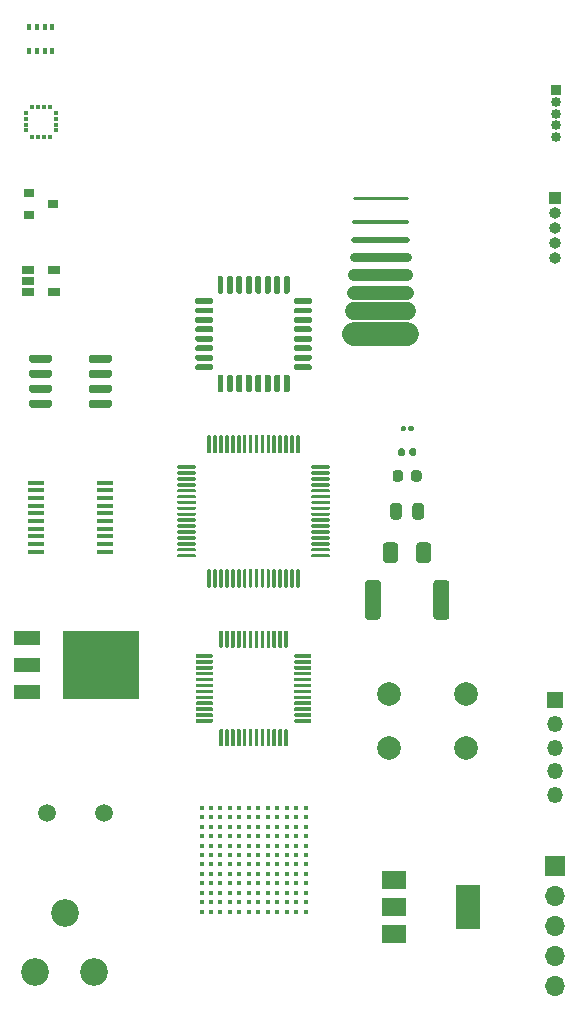
<source format=gbr>
G04 #@! TF.GenerationSoftware,KiCad,Pcbnew,5.1.8-1.fc33*
G04 #@! TF.CreationDate,2021-01-13T18:10:52+01:00*
G04 #@! TF.ProjectId,holder,686f6c64-6572-42e6-9b69-6361645f7063,rev?*
G04 #@! TF.SameCoordinates,Original*
G04 #@! TF.FileFunction,Copper,L1,Top*
G04 #@! TF.FilePolarity,Positive*
%FSLAX46Y46*%
G04 Gerber Fmt 4.6, Leading zero omitted, Abs format (unit mm)*
G04 Created by KiCad (PCBNEW 5.1.8-1.fc33) date 2021-01-13 18:10:52*
%MOMM*%
%LPD*%
G01*
G04 APERTURE LIST*
G04 #@! TA.AperFunction,SMDPad,CuDef*
%ADD10R,2.000000X1.500000*%
G04 #@! TD*
G04 #@! TA.AperFunction,SMDPad,CuDef*
%ADD11R,2.000000X3.800000*%
G04 #@! TD*
G04 #@! TA.AperFunction,ComponentPad*
%ADD12C,2.000000*%
G04 #@! TD*
G04 #@! TA.AperFunction,ComponentPad*
%ADD13C,2.340000*%
G04 #@! TD*
G04 #@! TA.AperFunction,SMDPad,CuDef*
%ADD14C,0.400000*%
G04 #@! TD*
G04 #@! TA.AperFunction,ComponentPad*
%ADD15O,1.700000X1.700000*%
G04 #@! TD*
G04 #@! TA.AperFunction,ComponentPad*
%ADD16R,1.700000X1.700000*%
G04 #@! TD*
G04 #@! TA.AperFunction,ComponentPad*
%ADD17O,1.350000X1.350000*%
G04 #@! TD*
G04 #@! TA.AperFunction,ComponentPad*
%ADD18R,1.350000X1.350000*%
G04 #@! TD*
G04 #@! TA.AperFunction,ComponentPad*
%ADD19O,1.000000X1.000000*%
G04 #@! TD*
G04 #@! TA.AperFunction,ComponentPad*
%ADD20R,1.000000X1.000000*%
G04 #@! TD*
G04 #@! TA.AperFunction,ComponentPad*
%ADD21O,0.850000X0.850000*%
G04 #@! TD*
G04 #@! TA.AperFunction,ComponentPad*
%ADD22R,0.850000X0.850000*%
G04 #@! TD*
G04 #@! TA.AperFunction,ComponentPad*
%ADD23C,1.500000*%
G04 #@! TD*
G04 #@! TA.AperFunction,SMDPad,CuDef*
%ADD24R,1.060000X0.650000*%
G04 #@! TD*
G04 #@! TA.AperFunction,SMDPad,CuDef*
%ADD25R,0.900000X0.800000*%
G04 #@! TD*
G04 #@! TA.AperFunction,SMDPad,CuDef*
%ADD26R,6.400000X5.800000*%
G04 #@! TD*
G04 #@! TA.AperFunction,SMDPad,CuDef*
%ADD27R,2.200000X1.200000*%
G04 #@! TD*
G04 #@! TA.AperFunction,SMDPad,CuDef*
%ADD28R,1.450000X0.450000*%
G04 #@! TD*
G04 #@! TA.AperFunction,SMDPad,CuDef*
%ADD29R,0.450000X0.300000*%
G04 #@! TD*
G04 #@! TA.AperFunction,SMDPad,CuDef*
%ADD30R,0.300000X0.450000*%
G04 #@! TD*
G04 #@! TA.AperFunction,SMDPad,CuDef*
%ADD31R,0.350000X0.500000*%
G04 #@! TD*
G04 #@! TA.AperFunction,Conductor*
%ADD32C,0.250000*%
G04 #@! TD*
G04 #@! TA.AperFunction,Conductor*
%ADD33C,0.300000*%
G04 #@! TD*
G04 #@! TA.AperFunction,Conductor*
%ADD34C,0.500000*%
G04 #@! TD*
G04 #@! TA.AperFunction,Conductor*
%ADD35C,0.800000*%
G04 #@! TD*
G04 #@! TA.AperFunction,Conductor*
%ADD36C,1.000000*%
G04 #@! TD*
G04 #@! TA.AperFunction,Conductor*
%ADD37C,1.200000*%
G04 #@! TD*
G04 #@! TA.AperFunction,Conductor*
%ADD38C,1.500000*%
G04 #@! TD*
G04 #@! TA.AperFunction,Conductor*
%ADD39C,2.000000*%
G04 #@! TD*
G04 APERTURE END LIST*
D10*
X200850000Y-135200000D03*
X200850000Y-139800000D03*
X200850000Y-137500000D03*
D11*
X207150000Y-137500000D03*
D12*
X207000000Y-119500000D03*
X207000000Y-124000000D03*
X200500000Y-119500000D03*
X200500000Y-124000000D03*
D13*
X170500000Y-143000000D03*
X173000000Y-138000000D03*
X175500000Y-143000000D03*
D14*
X193400000Y-137900000D03*
X192600000Y-137900000D03*
X191800000Y-137900000D03*
X191000000Y-137900000D03*
X190200000Y-137900000D03*
X189400000Y-137900000D03*
X188600000Y-137900000D03*
X187800000Y-137900000D03*
X187000000Y-137900000D03*
X186200000Y-137900000D03*
X185400000Y-137900000D03*
X184600000Y-137900000D03*
X193400000Y-137100000D03*
X192600000Y-137100000D03*
X191800000Y-137100000D03*
X191000000Y-137100000D03*
X190200000Y-137100000D03*
X189400000Y-137100000D03*
X188600000Y-137100000D03*
X187800000Y-137100000D03*
X187000000Y-137100000D03*
X186200000Y-137100000D03*
X185400000Y-137100000D03*
X184600000Y-137100000D03*
X193400000Y-136300000D03*
X192600000Y-136300000D03*
X191800000Y-136300000D03*
X191000000Y-136300000D03*
X190200000Y-136300000D03*
X189400000Y-136300000D03*
X188600000Y-136300000D03*
X187800000Y-136300000D03*
X187000000Y-136300000D03*
X186200000Y-136300000D03*
X185400000Y-136300000D03*
X184600000Y-136300000D03*
X193400000Y-135500000D03*
X192600000Y-135500000D03*
X191800000Y-135500000D03*
X191000000Y-135500000D03*
X190200000Y-135500000D03*
X189400000Y-135500000D03*
X188600000Y-135500000D03*
X187800000Y-135500000D03*
X187000000Y-135500000D03*
X186200000Y-135500000D03*
X185400000Y-135500000D03*
X184600000Y-135500000D03*
X193400000Y-134700000D03*
X192600000Y-134700000D03*
X191800000Y-134700000D03*
X191000000Y-134700000D03*
X190200000Y-134700000D03*
X189400000Y-134700000D03*
X188600000Y-134700000D03*
X187800000Y-134700000D03*
X187000000Y-134700000D03*
X186200000Y-134700000D03*
X185400000Y-134700000D03*
X184600000Y-134700000D03*
X193400000Y-133900000D03*
X192600000Y-133900000D03*
X191800000Y-133900000D03*
X191000000Y-133900000D03*
X190200000Y-133900000D03*
X189400000Y-133900000D03*
X188600000Y-133900000D03*
X187800000Y-133900000D03*
X187000000Y-133900000D03*
X186200000Y-133900000D03*
X185400000Y-133900000D03*
X184600000Y-133900000D03*
X193400000Y-133100000D03*
X192600000Y-133100000D03*
X191800000Y-133100000D03*
X191000000Y-133100000D03*
X190200000Y-133100000D03*
X189400000Y-133100000D03*
X188600000Y-133100000D03*
X187800000Y-133100000D03*
X187000000Y-133100000D03*
X186200000Y-133100000D03*
X185400000Y-133100000D03*
X184600000Y-133100000D03*
X193400000Y-132300000D03*
X192600000Y-132300000D03*
X191800000Y-132300000D03*
X191000000Y-132300000D03*
X190200000Y-132300000D03*
X189400000Y-132300000D03*
X188600000Y-132300000D03*
X187800000Y-132300000D03*
X187000000Y-132300000D03*
X186200000Y-132300000D03*
X185400000Y-132300000D03*
X184600000Y-132300000D03*
X193400000Y-131500000D03*
X192600000Y-131500000D03*
X191800000Y-131500000D03*
X191000000Y-131500000D03*
X190200000Y-131500000D03*
X189400000Y-131500000D03*
X188600000Y-131500000D03*
X187800000Y-131500000D03*
X187000000Y-131500000D03*
X186200000Y-131500000D03*
X185400000Y-131500000D03*
X184600000Y-131500000D03*
X193400000Y-130700000D03*
X192600000Y-130700000D03*
X191800000Y-130700000D03*
X191000000Y-130700000D03*
X190200000Y-130700000D03*
X189400000Y-130700000D03*
X188600000Y-130700000D03*
X187800000Y-130700000D03*
X187000000Y-130700000D03*
X186200000Y-130700000D03*
X185400000Y-130700000D03*
X184600000Y-130700000D03*
X193400000Y-129900000D03*
X192600000Y-129900000D03*
X191800000Y-129900000D03*
X191000000Y-129900000D03*
X190200000Y-129900000D03*
X189400000Y-129900000D03*
X188600000Y-129900000D03*
X187800000Y-129900000D03*
X187000000Y-129900000D03*
X186200000Y-129900000D03*
X185400000Y-129900000D03*
X184600000Y-129900000D03*
X193400000Y-129100000D03*
X192600000Y-129100000D03*
X191800000Y-129100000D03*
X191000000Y-129100000D03*
X190200000Y-129100000D03*
X189400000Y-129100000D03*
X188600000Y-129100000D03*
X187800000Y-129100000D03*
X187000000Y-129100000D03*
X186200000Y-129100000D03*
X185400000Y-129100000D03*
X184600000Y-129100000D03*
G04 #@! TA.AperFunction,SMDPad,CuDef*
G36*
G01*
X204225000Y-112925001D02*
X204225000Y-110074999D01*
G75*
G02*
X204474999Y-109825000I249999J0D01*
G01*
X205325001Y-109825000D01*
G75*
G02*
X205575000Y-110074999I0J-249999D01*
G01*
X205575000Y-112925001D01*
G75*
G02*
X205325001Y-113175000I-249999J0D01*
G01*
X204474999Y-113175000D01*
G75*
G02*
X204225000Y-112925001I0J249999D01*
G01*
G37*
G04 #@! TD.AperFunction*
G04 #@! TA.AperFunction,SMDPad,CuDef*
G36*
G01*
X198425000Y-112925001D02*
X198425000Y-110074999D01*
G75*
G02*
X198674999Y-109825000I249999J0D01*
G01*
X199525001Y-109825000D01*
G75*
G02*
X199775000Y-110074999I0J-249999D01*
G01*
X199775000Y-112925001D01*
G75*
G02*
X199525001Y-113175000I-249999J0D01*
G01*
X198674999Y-113175000D01*
G75*
G02*
X198425000Y-112925001I0J249999D01*
G01*
G37*
G04 #@! TD.AperFunction*
G04 #@! TA.AperFunction,SMDPad,CuDef*
G36*
G01*
X202775000Y-108125000D02*
X202775000Y-106875000D01*
G75*
G02*
X203025000Y-106625000I250000J0D01*
G01*
X203775000Y-106625000D01*
G75*
G02*
X204025000Y-106875000I0J-250000D01*
G01*
X204025000Y-108125000D01*
G75*
G02*
X203775000Y-108375000I-250000J0D01*
G01*
X203025000Y-108375000D01*
G75*
G02*
X202775000Y-108125000I0J250000D01*
G01*
G37*
G04 #@! TD.AperFunction*
G04 #@! TA.AperFunction,SMDPad,CuDef*
G36*
G01*
X199975000Y-108125000D02*
X199975000Y-106875000D01*
G75*
G02*
X200225000Y-106625000I250000J0D01*
G01*
X200975000Y-106625000D01*
G75*
G02*
X201225000Y-106875000I0J-250000D01*
G01*
X201225000Y-108125000D01*
G75*
G02*
X200975000Y-108375000I-250000J0D01*
G01*
X200225000Y-108375000D01*
G75*
G02*
X199975000Y-108125000I0J250000D01*
G01*
G37*
G04 #@! TD.AperFunction*
G04 #@! TA.AperFunction,SMDPad,CuDef*
G36*
G01*
X202450000Y-104456250D02*
X202450000Y-103543750D01*
G75*
G02*
X202693750Y-103300000I243750J0D01*
G01*
X203181250Y-103300000D01*
G75*
G02*
X203425000Y-103543750I0J-243750D01*
G01*
X203425000Y-104456250D01*
G75*
G02*
X203181250Y-104700000I-243750J0D01*
G01*
X202693750Y-104700000D01*
G75*
G02*
X202450000Y-104456250I0J243750D01*
G01*
G37*
G04 #@! TD.AperFunction*
G04 #@! TA.AperFunction,SMDPad,CuDef*
G36*
G01*
X200575000Y-104456250D02*
X200575000Y-103543750D01*
G75*
G02*
X200818750Y-103300000I243750J0D01*
G01*
X201306250Y-103300000D01*
G75*
G02*
X201550000Y-103543750I0J-243750D01*
G01*
X201550000Y-104456250D01*
G75*
G02*
X201306250Y-104700000I-243750J0D01*
G01*
X200818750Y-104700000D01*
G75*
G02*
X200575000Y-104456250I0J243750D01*
G01*
G37*
G04 #@! TD.AperFunction*
G04 #@! TA.AperFunction,SMDPad,CuDef*
G36*
G01*
X202350000Y-101256250D02*
X202350000Y-100743750D01*
G75*
G02*
X202568750Y-100525000I218750J0D01*
G01*
X203006250Y-100525000D01*
G75*
G02*
X203225000Y-100743750I0J-218750D01*
G01*
X203225000Y-101256250D01*
G75*
G02*
X203006250Y-101475000I-218750J0D01*
G01*
X202568750Y-101475000D01*
G75*
G02*
X202350000Y-101256250I0J218750D01*
G01*
G37*
G04 #@! TD.AperFunction*
G04 #@! TA.AperFunction,SMDPad,CuDef*
G36*
G01*
X200775000Y-101256250D02*
X200775000Y-100743750D01*
G75*
G02*
X200993750Y-100525000I218750J0D01*
G01*
X201431250Y-100525000D01*
G75*
G02*
X201650000Y-100743750I0J-218750D01*
G01*
X201650000Y-101256250D01*
G75*
G02*
X201431250Y-101475000I-218750J0D01*
G01*
X200993750Y-101475000D01*
G75*
G02*
X200775000Y-101256250I0J218750D01*
G01*
G37*
G04 #@! TD.AperFunction*
G04 #@! TA.AperFunction,SMDPad,CuDef*
G36*
G01*
X202190000Y-99172500D02*
X202190000Y-98827500D01*
G75*
G02*
X202337500Y-98680000I147500J0D01*
G01*
X202632500Y-98680000D01*
G75*
G02*
X202780000Y-98827500I0J-147500D01*
G01*
X202780000Y-99172500D01*
G75*
G02*
X202632500Y-99320000I-147500J0D01*
G01*
X202337500Y-99320000D01*
G75*
G02*
X202190000Y-99172500I0J147500D01*
G01*
G37*
G04 #@! TD.AperFunction*
G04 #@! TA.AperFunction,SMDPad,CuDef*
G36*
G01*
X201220000Y-99172500D02*
X201220000Y-98827500D01*
G75*
G02*
X201367500Y-98680000I147500J0D01*
G01*
X201662500Y-98680000D01*
G75*
G02*
X201810000Y-98827500I0J-147500D01*
G01*
X201810000Y-99172500D01*
G75*
G02*
X201662500Y-99320000I-147500J0D01*
G01*
X201367500Y-99320000D01*
G75*
G02*
X201220000Y-99172500I0J147500D01*
G01*
G37*
G04 #@! TD.AperFunction*
G04 #@! TA.AperFunction,SMDPad,CuDef*
G36*
G01*
X202090000Y-97100000D02*
X202090000Y-96900000D01*
G75*
G02*
X202190000Y-96800000I100000J0D01*
G01*
X202450000Y-96800000D01*
G75*
G02*
X202550000Y-96900000I0J-100000D01*
G01*
X202550000Y-97100000D01*
G75*
G02*
X202450000Y-97200000I-100000J0D01*
G01*
X202190000Y-97200000D01*
G75*
G02*
X202090000Y-97100000I0J100000D01*
G01*
G37*
G04 #@! TD.AperFunction*
G04 #@! TA.AperFunction,SMDPad,CuDef*
G36*
G01*
X201450000Y-97100000D02*
X201450000Y-96900000D01*
G75*
G02*
X201550000Y-96800000I100000J0D01*
G01*
X201810000Y-96800000D01*
G75*
G02*
X201910000Y-96900000I0J-100000D01*
G01*
X201910000Y-97100000D01*
G75*
G02*
X201810000Y-97200000I-100000J0D01*
G01*
X201550000Y-97200000D01*
G75*
G02*
X201450000Y-97100000I0J100000D01*
G01*
G37*
G04 #@! TD.AperFunction*
D15*
X214500000Y-144160000D03*
X214500000Y-141620000D03*
X214500000Y-139080000D03*
X214500000Y-136540000D03*
D16*
X214500000Y-134000000D03*
D17*
X214500000Y-128000000D03*
X214500000Y-126000000D03*
X214500000Y-124000000D03*
X214500000Y-122000000D03*
D18*
X214500000Y-120000000D03*
D19*
X214500000Y-82580000D03*
X214500000Y-81310000D03*
X214500000Y-80040000D03*
X214500000Y-78770000D03*
D20*
X214500000Y-77500000D03*
D21*
X214630000Y-72326000D03*
X214630000Y-71326000D03*
X214630000Y-70326000D03*
X214630000Y-69326000D03*
D22*
X214630000Y-68326000D03*
D23*
X176380000Y-129500000D03*
X171500000Y-129500000D03*
D24*
X172100000Y-83550000D03*
X172100000Y-85450000D03*
X169900000Y-85450000D03*
X169900000Y-84500000D03*
X169900000Y-83550000D03*
D25*
X172000000Y-78000000D03*
X170000000Y-78950000D03*
X170000000Y-77050000D03*
D26*
X176100000Y-117000000D03*
D27*
X169800000Y-119280000D03*
X169800000Y-117000000D03*
X169800000Y-114720000D03*
G04 #@! TA.AperFunction,SMDPad,CuDef*
G36*
G01*
X175050000Y-91257500D02*
X175050000Y-90932500D01*
G75*
G02*
X175212500Y-90770000I162500J0D01*
G01*
X176862500Y-90770000D01*
G75*
G02*
X177025000Y-90932500I0J-162500D01*
G01*
X177025000Y-91257500D01*
G75*
G02*
X176862500Y-91420000I-162500J0D01*
G01*
X175212500Y-91420000D01*
G75*
G02*
X175050000Y-91257500I0J162500D01*
G01*
G37*
G04 #@! TD.AperFunction*
G04 #@! TA.AperFunction,SMDPad,CuDef*
G36*
G01*
X175050000Y-92527500D02*
X175050000Y-92202500D01*
G75*
G02*
X175212500Y-92040000I162500J0D01*
G01*
X176862500Y-92040000D01*
G75*
G02*
X177025000Y-92202500I0J-162500D01*
G01*
X177025000Y-92527500D01*
G75*
G02*
X176862500Y-92690000I-162500J0D01*
G01*
X175212500Y-92690000D01*
G75*
G02*
X175050000Y-92527500I0J162500D01*
G01*
G37*
G04 #@! TD.AperFunction*
G04 #@! TA.AperFunction,SMDPad,CuDef*
G36*
G01*
X175050000Y-93797500D02*
X175050000Y-93472500D01*
G75*
G02*
X175212500Y-93310000I162500J0D01*
G01*
X176862500Y-93310000D01*
G75*
G02*
X177025000Y-93472500I0J-162500D01*
G01*
X177025000Y-93797500D01*
G75*
G02*
X176862500Y-93960000I-162500J0D01*
G01*
X175212500Y-93960000D01*
G75*
G02*
X175050000Y-93797500I0J162500D01*
G01*
G37*
G04 #@! TD.AperFunction*
G04 #@! TA.AperFunction,SMDPad,CuDef*
G36*
G01*
X175050000Y-95067500D02*
X175050000Y-94742500D01*
G75*
G02*
X175212500Y-94580000I162500J0D01*
G01*
X176862500Y-94580000D01*
G75*
G02*
X177025000Y-94742500I0J-162500D01*
G01*
X177025000Y-95067500D01*
G75*
G02*
X176862500Y-95230000I-162500J0D01*
G01*
X175212500Y-95230000D01*
G75*
G02*
X175050000Y-95067500I0J162500D01*
G01*
G37*
G04 #@! TD.AperFunction*
G04 #@! TA.AperFunction,SMDPad,CuDef*
G36*
G01*
X169975000Y-95067500D02*
X169975000Y-94742500D01*
G75*
G02*
X170137500Y-94580000I162500J0D01*
G01*
X171787500Y-94580000D01*
G75*
G02*
X171950000Y-94742500I0J-162500D01*
G01*
X171950000Y-95067500D01*
G75*
G02*
X171787500Y-95230000I-162500J0D01*
G01*
X170137500Y-95230000D01*
G75*
G02*
X169975000Y-95067500I0J162500D01*
G01*
G37*
G04 #@! TD.AperFunction*
G04 #@! TA.AperFunction,SMDPad,CuDef*
G36*
G01*
X169975000Y-93797500D02*
X169975000Y-93472500D01*
G75*
G02*
X170137500Y-93310000I162500J0D01*
G01*
X171787500Y-93310000D01*
G75*
G02*
X171950000Y-93472500I0J-162500D01*
G01*
X171950000Y-93797500D01*
G75*
G02*
X171787500Y-93960000I-162500J0D01*
G01*
X170137500Y-93960000D01*
G75*
G02*
X169975000Y-93797500I0J162500D01*
G01*
G37*
G04 #@! TD.AperFunction*
G04 #@! TA.AperFunction,SMDPad,CuDef*
G36*
G01*
X169975000Y-92527500D02*
X169975000Y-92202500D01*
G75*
G02*
X170137500Y-92040000I162500J0D01*
G01*
X171787500Y-92040000D01*
G75*
G02*
X171950000Y-92202500I0J-162500D01*
G01*
X171950000Y-92527500D01*
G75*
G02*
X171787500Y-92690000I-162500J0D01*
G01*
X170137500Y-92690000D01*
G75*
G02*
X169975000Y-92527500I0J162500D01*
G01*
G37*
G04 #@! TD.AperFunction*
G04 #@! TA.AperFunction,SMDPad,CuDef*
G36*
G01*
X169975000Y-91257500D02*
X169975000Y-90932500D01*
G75*
G02*
X170137500Y-90770000I162500J0D01*
G01*
X171787500Y-90770000D01*
G75*
G02*
X171950000Y-90932500I0J-162500D01*
G01*
X171950000Y-91257500D01*
G75*
G02*
X171787500Y-91420000I-162500J0D01*
G01*
X170137500Y-91420000D01*
G75*
G02*
X169975000Y-91257500I0J162500D01*
G01*
G37*
G04 #@! TD.AperFunction*
D28*
X176450000Y-101575000D03*
X176450000Y-102225000D03*
X176450000Y-102875000D03*
X176450000Y-103525000D03*
X176450000Y-104175000D03*
X176450000Y-104825000D03*
X176450000Y-105475000D03*
X176450000Y-106125000D03*
X176450000Y-106775000D03*
X176450000Y-107425000D03*
X170550000Y-107425000D03*
X170550000Y-106775000D03*
X170550000Y-106125000D03*
X170550000Y-105475000D03*
X170550000Y-104825000D03*
X170550000Y-104175000D03*
X170550000Y-103525000D03*
X170550000Y-102875000D03*
X170550000Y-102225000D03*
X170550000Y-101575000D03*
D29*
X172275000Y-71250000D03*
X172275000Y-70750000D03*
X172275000Y-70250000D03*
X172275000Y-71750000D03*
D30*
X170250000Y-72275000D03*
X171250000Y-72275000D03*
X170750000Y-72275000D03*
X171750000Y-72275000D03*
D29*
X169725000Y-71750000D03*
X169725000Y-71250000D03*
X169725000Y-70750000D03*
X169725000Y-70250000D03*
D30*
X171250000Y-69725000D03*
X170750000Y-69725000D03*
X170250000Y-69725000D03*
X171750000Y-69725000D03*
D31*
X171975000Y-65025000D03*
X171325000Y-65025000D03*
X170675000Y-65025000D03*
X170025000Y-65025000D03*
X170025000Y-62975000D03*
X170675000Y-62975000D03*
X171325000Y-62975000D03*
X171975000Y-62975000D03*
G04 #@! TA.AperFunction,SMDPad,CuDef*
G36*
G01*
X186100000Y-115500000D02*
X186100000Y-114175000D01*
G75*
G02*
X186175000Y-114100000I75000J0D01*
G01*
X186325000Y-114100000D01*
G75*
G02*
X186400000Y-114175000I0J-75000D01*
G01*
X186400000Y-115500000D01*
G75*
G02*
X186325000Y-115575000I-75000J0D01*
G01*
X186175000Y-115575000D01*
G75*
G02*
X186100000Y-115500000I0J75000D01*
G01*
G37*
G04 #@! TD.AperFunction*
G04 #@! TA.AperFunction,SMDPad,CuDef*
G36*
G01*
X186600000Y-115500000D02*
X186600000Y-114175000D01*
G75*
G02*
X186675000Y-114100000I75000J0D01*
G01*
X186825000Y-114100000D01*
G75*
G02*
X186900000Y-114175000I0J-75000D01*
G01*
X186900000Y-115500000D01*
G75*
G02*
X186825000Y-115575000I-75000J0D01*
G01*
X186675000Y-115575000D01*
G75*
G02*
X186600000Y-115500000I0J75000D01*
G01*
G37*
G04 #@! TD.AperFunction*
G04 #@! TA.AperFunction,SMDPad,CuDef*
G36*
G01*
X187100000Y-115500000D02*
X187100000Y-114175000D01*
G75*
G02*
X187175000Y-114100000I75000J0D01*
G01*
X187325000Y-114100000D01*
G75*
G02*
X187400000Y-114175000I0J-75000D01*
G01*
X187400000Y-115500000D01*
G75*
G02*
X187325000Y-115575000I-75000J0D01*
G01*
X187175000Y-115575000D01*
G75*
G02*
X187100000Y-115500000I0J75000D01*
G01*
G37*
G04 #@! TD.AperFunction*
G04 #@! TA.AperFunction,SMDPad,CuDef*
G36*
G01*
X187600000Y-115500000D02*
X187600000Y-114175000D01*
G75*
G02*
X187675000Y-114100000I75000J0D01*
G01*
X187825000Y-114100000D01*
G75*
G02*
X187900000Y-114175000I0J-75000D01*
G01*
X187900000Y-115500000D01*
G75*
G02*
X187825000Y-115575000I-75000J0D01*
G01*
X187675000Y-115575000D01*
G75*
G02*
X187600000Y-115500000I0J75000D01*
G01*
G37*
G04 #@! TD.AperFunction*
G04 #@! TA.AperFunction,SMDPad,CuDef*
G36*
G01*
X188100000Y-115500000D02*
X188100000Y-114175000D01*
G75*
G02*
X188175000Y-114100000I75000J0D01*
G01*
X188325000Y-114100000D01*
G75*
G02*
X188400000Y-114175000I0J-75000D01*
G01*
X188400000Y-115500000D01*
G75*
G02*
X188325000Y-115575000I-75000J0D01*
G01*
X188175000Y-115575000D01*
G75*
G02*
X188100000Y-115500000I0J75000D01*
G01*
G37*
G04 #@! TD.AperFunction*
G04 #@! TA.AperFunction,SMDPad,CuDef*
G36*
G01*
X188600000Y-115500000D02*
X188600000Y-114175000D01*
G75*
G02*
X188675000Y-114100000I75000J0D01*
G01*
X188825000Y-114100000D01*
G75*
G02*
X188900000Y-114175000I0J-75000D01*
G01*
X188900000Y-115500000D01*
G75*
G02*
X188825000Y-115575000I-75000J0D01*
G01*
X188675000Y-115575000D01*
G75*
G02*
X188600000Y-115500000I0J75000D01*
G01*
G37*
G04 #@! TD.AperFunction*
G04 #@! TA.AperFunction,SMDPad,CuDef*
G36*
G01*
X189100000Y-115500000D02*
X189100000Y-114175000D01*
G75*
G02*
X189175000Y-114100000I75000J0D01*
G01*
X189325000Y-114100000D01*
G75*
G02*
X189400000Y-114175000I0J-75000D01*
G01*
X189400000Y-115500000D01*
G75*
G02*
X189325000Y-115575000I-75000J0D01*
G01*
X189175000Y-115575000D01*
G75*
G02*
X189100000Y-115500000I0J75000D01*
G01*
G37*
G04 #@! TD.AperFunction*
G04 #@! TA.AperFunction,SMDPad,CuDef*
G36*
G01*
X189600000Y-115500000D02*
X189600000Y-114175000D01*
G75*
G02*
X189675000Y-114100000I75000J0D01*
G01*
X189825000Y-114100000D01*
G75*
G02*
X189900000Y-114175000I0J-75000D01*
G01*
X189900000Y-115500000D01*
G75*
G02*
X189825000Y-115575000I-75000J0D01*
G01*
X189675000Y-115575000D01*
G75*
G02*
X189600000Y-115500000I0J75000D01*
G01*
G37*
G04 #@! TD.AperFunction*
G04 #@! TA.AperFunction,SMDPad,CuDef*
G36*
G01*
X190100000Y-115500000D02*
X190100000Y-114175000D01*
G75*
G02*
X190175000Y-114100000I75000J0D01*
G01*
X190325000Y-114100000D01*
G75*
G02*
X190400000Y-114175000I0J-75000D01*
G01*
X190400000Y-115500000D01*
G75*
G02*
X190325000Y-115575000I-75000J0D01*
G01*
X190175000Y-115575000D01*
G75*
G02*
X190100000Y-115500000I0J75000D01*
G01*
G37*
G04 #@! TD.AperFunction*
G04 #@! TA.AperFunction,SMDPad,CuDef*
G36*
G01*
X190600000Y-115500000D02*
X190600000Y-114175000D01*
G75*
G02*
X190675000Y-114100000I75000J0D01*
G01*
X190825000Y-114100000D01*
G75*
G02*
X190900000Y-114175000I0J-75000D01*
G01*
X190900000Y-115500000D01*
G75*
G02*
X190825000Y-115575000I-75000J0D01*
G01*
X190675000Y-115575000D01*
G75*
G02*
X190600000Y-115500000I0J75000D01*
G01*
G37*
G04 #@! TD.AperFunction*
G04 #@! TA.AperFunction,SMDPad,CuDef*
G36*
G01*
X191100000Y-115500000D02*
X191100000Y-114175000D01*
G75*
G02*
X191175000Y-114100000I75000J0D01*
G01*
X191325000Y-114100000D01*
G75*
G02*
X191400000Y-114175000I0J-75000D01*
G01*
X191400000Y-115500000D01*
G75*
G02*
X191325000Y-115575000I-75000J0D01*
G01*
X191175000Y-115575000D01*
G75*
G02*
X191100000Y-115500000I0J75000D01*
G01*
G37*
G04 #@! TD.AperFunction*
G04 #@! TA.AperFunction,SMDPad,CuDef*
G36*
G01*
X191600000Y-115500000D02*
X191600000Y-114175000D01*
G75*
G02*
X191675000Y-114100000I75000J0D01*
G01*
X191825000Y-114100000D01*
G75*
G02*
X191900000Y-114175000I0J-75000D01*
G01*
X191900000Y-115500000D01*
G75*
G02*
X191825000Y-115575000I-75000J0D01*
G01*
X191675000Y-115575000D01*
G75*
G02*
X191600000Y-115500000I0J75000D01*
G01*
G37*
G04 #@! TD.AperFunction*
G04 #@! TA.AperFunction,SMDPad,CuDef*
G36*
G01*
X192425000Y-116325000D02*
X192425000Y-116175000D01*
G75*
G02*
X192500000Y-116100000I75000J0D01*
G01*
X193825000Y-116100000D01*
G75*
G02*
X193900000Y-116175000I0J-75000D01*
G01*
X193900000Y-116325000D01*
G75*
G02*
X193825000Y-116400000I-75000J0D01*
G01*
X192500000Y-116400000D01*
G75*
G02*
X192425000Y-116325000I0J75000D01*
G01*
G37*
G04 #@! TD.AperFunction*
G04 #@! TA.AperFunction,SMDPad,CuDef*
G36*
G01*
X192425000Y-116825000D02*
X192425000Y-116675000D01*
G75*
G02*
X192500000Y-116600000I75000J0D01*
G01*
X193825000Y-116600000D01*
G75*
G02*
X193900000Y-116675000I0J-75000D01*
G01*
X193900000Y-116825000D01*
G75*
G02*
X193825000Y-116900000I-75000J0D01*
G01*
X192500000Y-116900000D01*
G75*
G02*
X192425000Y-116825000I0J75000D01*
G01*
G37*
G04 #@! TD.AperFunction*
G04 #@! TA.AperFunction,SMDPad,CuDef*
G36*
G01*
X192425000Y-117325000D02*
X192425000Y-117175000D01*
G75*
G02*
X192500000Y-117100000I75000J0D01*
G01*
X193825000Y-117100000D01*
G75*
G02*
X193900000Y-117175000I0J-75000D01*
G01*
X193900000Y-117325000D01*
G75*
G02*
X193825000Y-117400000I-75000J0D01*
G01*
X192500000Y-117400000D01*
G75*
G02*
X192425000Y-117325000I0J75000D01*
G01*
G37*
G04 #@! TD.AperFunction*
G04 #@! TA.AperFunction,SMDPad,CuDef*
G36*
G01*
X192425000Y-117825000D02*
X192425000Y-117675000D01*
G75*
G02*
X192500000Y-117600000I75000J0D01*
G01*
X193825000Y-117600000D01*
G75*
G02*
X193900000Y-117675000I0J-75000D01*
G01*
X193900000Y-117825000D01*
G75*
G02*
X193825000Y-117900000I-75000J0D01*
G01*
X192500000Y-117900000D01*
G75*
G02*
X192425000Y-117825000I0J75000D01*
G01*
G37*
G04 #@! TD.AperFunction*
G04 #@! TA.AperFunction,SMDPad,CuDef*
G36*
G01*
X192425000Y-118325000D02*
X192425000Y-118175000D01*
G75*
G02*
X192500000Y-118100000I75000J0D01*
G01*
X193825000Y-118100000D01*
G75*
G02*
X193900000Y-118175000I0J-75000D01*
G01*
X193900000Y-118325000D01*
G75*
G02*
X193825000Y-118400000I-75000J0D01*
G01*
X192500000Y-118400000D01*
G75*
G02*
X192425000Y-118325000I0J75000D01*
G01*
G37*
G04 #@! TD.AperFunction*
G04 #@! TA.AperFunction,SMDPad,CuDef*
G36*
G01*
X192425000Y-118825000D02*
X192425000Y-118675000D01*
G75*
G02*
X192500000Y-118600000I75000J0D01*
G01*
X193825000Y-118600000D01*
G75*
G02*
X193900000Y-118675000I0J-75000D01*
G01*
X193900000Y-118825000D01*
G75*
G02*
X193825000Y-118900000I-75000J0D01*
G01*
X192500000Y-118900000D01*
G75*
G02*
X192425000Y-118825000I0J75000D01*
G01*
G37*
G04 #@! TD.AperFunction*
G04 #@! TA.AperFunction,SMDPad,CuDef*
G36*
G01*
X192425000Y-119325000D02*
X192425000Y-119175000D01*
G75*
G02*
X192500000Y-119100000I75000J0D01*
G01*
X193825000Y-119100000D01*
G75*
G02*
X193900000Y-119175000I0J-75000D01*
G01*
X193900000Y-119325000D01*
G75*
G02*
X193825000Y-119400000I-75000J0D01*
G01*
X192500000Y-119400000D01*
G75*
G02*
X192425000Y-119325000I0J75000D01*
G01*
G37*
G04 #@! TD.AperFunction*
G04 #@! TA.AperFunction,SMDPad,CuDef*
G36*
G01*
X192425000Y-119825000D02*
X192425000Y-119675000D01*
G75*
G02*
X192500000Y-119600000I75000J0D01*
G01*
X193825000Y-119600000D01*
G75*
G02*
X193900000Y-119675000I0J-75000D01*
G01*
X193900000Y-119825000D01*
G75*
G02*
X193825000Y-119900000I-75000J0D01*
G01*
X192500000Y-119900000D01*
G75*
G02*
X192425000Y-119825000I0J75000D01*
G01*
G37*
G04 #@! TD.AperFunction*
G04 #@! TA.AperFunction,SMDPad,CuDef*
G36*
G01*
X192425000Y-120325000D02*
X192425000Y-120175000D01*
G75*
G02*
X192500000Y-120100000I75000J0D01*
G01*
X193825000Y-120100000D01*
G75*
G02*
X193900000Y-120175000I0J-75000D01*
G01*
X193900000Y-120325000D01*
G75*
G02*
X193825000Y-120400000I-75000J0D01*
G01*
X192500000Y-120400000D01*
G75*
G02*
X192425000Y-120325000I0J75000D01*
G01*
G37*
G04 #@! TD.AperFunction*
G04 #@! TA.AperFunction,SMDPad,CuDef*
G36*
G01*
X192425000Y-120825000D02*
X192425000Y-120675000D01*
G75*
G02*
X192500000Y-120600000I75000J0D01*
G01*
X193825000Y-120600000D01*
G75*
G02*
X193900000Y-120675000I0J-75000D01*
G01*
X193900000Y-120825000D01*
G75*
G02*
X193825000Y-120900000I-75000J0D01*
G01*
X192500000Y-120900000D01*
G75*
G02*
X192425000Y-120825000I0J75000D01*
G01*
G37*
G04 #@! TD.AperFunction*
G04 #@! TA.AperFunction,SMDPad,CuDef*
G36*
G01*
X192425000Y-121325000D02*
X192425000Y-121175000D01*
G75*
G02*
X192500000Y-121100000I75000J0D01*
G01*
X193825000Y-121100000D01*
G75*
G02*
X193900000Y-121175000I0J-75000D01*
G01*
X193900000Y-121325000D01*
G75*
G02*
X193825000Y-121400000I-75000J0D01*
G01*
X192500000Y-121400000D01*
G75*
G02*
X192425000Y-121325000I0J75000D01*
G01*
G37*
G04 #@! TD.AperFunction*
G04 #@! TA.AperFunction,SMDPad,CuDef*
G36*
G01*
X192425000Y-121825000D02*
X192425000Y-121675000D01*
G75*
G02*
X192500000Y-121600000I75000J0D01*
G01*
X193825000Y-121600000D01*
G75*
G02*
X193900000Y-121675000I0J-75000D01*
G01*
X193900000Y-121825000D01*
G75*
G02*
X193825000Y-121900000I-75000J0D01*
G01*
X192500000Y-121900000D01*
G75*
G02*
X192425000Y-121825000I0J75000D01*
G01*
G37*
G04 #@! TD.AperFunction*
G04 #@! TA.AperFunction,SMDPad,CuDef*
G36*
G01*
X191600000Y-123825000D02*
X191600000Y-122500000D01*
G75*
G02*
X191675000Y-122425000I75000J0D01*
G01*
X191825000Y-122425000D01*
G75*
G02*
X191900000Y-122500000I0J-75000D01*
G01*
X191900000Y-123825000D01*
G75*
G02*
X191825000Y-123900000I-75000J0D01*
G01*
X191675000Y-123900000D01*
G75*
G02*
X191600000Y-123825000I0J75000D01*
G01*
G37*
G04 #@! TD.AperFunction*
G04 #@! TA.AperFunction,SMDPad,CuDef*
G36*
G01*
X191100000Y-123825000D02*
X191100000Y-122500000D01*
G75*
G02*
X191175000Y-122425000I75000J0D01*
G01*
X191325000Y-122425000D01*
G75*
G02*
X191400000Y-122500000I0J-75000D01*
G01*
X191400000Y-123825000D01*
G75*
G02*
X191325000Y-123900000I-75000J0D01*
G01*
X191175000Y-123900000D01*
G75*
G02*
X191100000Y-123825000I0J75000D01*
G01*
G37*
G04 #@! TD.AperFunction*
G04 #@! TA.AperFunction,SMDPad,CuDef*
G36*
G01*
X190600000Y-123825000D02*
X190600000Y-122500000D01*
G75*
G02*
X190675000Y-122425000I75000J0D01*
G01*
X190825000Y-122425000D01*
G75*
G02*
X190900000Y-122500000I0J-75000D01*
G01*
X190900000Y-123825000D01*
G75*
G02*
X190825000Y-123900000I-75000J0D01*
G01*
X190675000Y-123900000D01*
G75*
G02*
X190600000Y-123825000I0J75000D01*
G01*
G37*
G04 #@! TD.AperFunction*
G04 #@! TA.AperFunction,SMDPad,CuDef*
G36*
G01*
X190100000Y-123825000D02*
X190100000Y-122500000D01*
G75*
G02*
X190175000Y-122425000I75000J0D01*
G01*
X190325000Y-122425000D01*
G75*
G02*
X190400000Y-122500000I0J-75000D01*
G01*
X190400000Y-123825000D01*
G75*
G02*
X190325000Y-123900000I-75000J0D01*
G01*
X190175000Y-123900000D01*
G75*
G02*
X190100000Y-123825000I0J75000D01*
G01*
G37*
G04 #@! TD.AperFunction*
G04 #@! TA.AperFunction,SMDPad,CuDef*
G36*
G01*
X189600000Y-123825000D02*
X189600000Y-122500000D01*
G75*
G02*
X189675000Y-122425000I75000J0D01*
G01*
X189825000Y-122425000D01*
G75*
G02*
X189900000Y-122500000I0J-75000D01*
G01*
X189900000Y-123825000D01*
G75*
G02*
X189825000Y-123900000I-75000J0D01*
G01*
X189675000Y-123900000D01*
G75*
G02*
X189600000Y-123825000I0J75000D01*
G01*
G37*
G04 #@! TD.AperFunction*
G04 #@! TA.AperFunction,SMDPad,CuDef*
G36*
G01*
X189100000Y-123825000D02*
X189100000Y-122500000D01*
G75*
G02*
X189175000Y-122425000I75000J0D01*
G01*
X189325000Y-122425000D01*
G75*
G02*
X189400000Y-122500000I0J-75000D01*
G01*
X189400000Y-123825000D01*
G75*
G02*
X189325000Y-123900000I-75000J0D01*
G01*
X189175000Y-123900000D01*
G75*
G02*
X189100000Y-123825000I0J75000D01*
G01*
G37*
G04 #@! TD.AperFunction*
G04 #@! TA.AperFunction,SMDPad,CuDef*
G36*
G01*
X188600000Y-123825000D02*
X188600000Y-122500000D01*
G75*
G02*
X188675000Y-122425000I75000J0D01*
G01*
X188825000Y-122425000D01*
G75*
G02*
X188900000Y-122500000I0J-75000D01*
G01*
X188900000Y-123825000D01*
G75*
G02*
X188825000Y-123900000I-75000J0D01*
G01*
X188675000Y-123900000D01*
G75*
G02*
X188600000Y-123825000I0J75000D01*
G01*
G37*
G04 #@! TD.AperFunction*
G04 #@! TA.AperFunction,SMDPad,CuDef*
G36*
G01*
X188100000Y-123825000D02*
X188100000Y-122500000D01*
G75*
G02*
X188175000Y-122425000I75000J0D01*
G01*
X188325000Y-122425000D01*
G75*
G02*
X188400000Y-122500000I0J-75000D01*
G01*
X188400000Y-123825000D01*
G75*
G02*
X188325000Y-123900000I-75000J0D01*
G01*
X188175000Y-123900000D01*
G75*
G02*
X188100000Y-123825000I0J75000D01*
G01*
G37*
G04 #@! TD.AperFunction*
G04 #@! TA.AperFunction,SMDPad,CuDef*
G36*
G01*
X187600000Y-123825000D02*
X187600000Y-122500000D01*
G75*
G02*
X187675000Y-122425000I75000J0D01*
G01*
X187825000Y-122425000D01*
G75*
G02*
X187900000Y-122500000I0J-75000D01*
G01*
X187900000Y-123825000D01*
G75*
G02*
X187825000Y-123900000I-75000J0D01*
G01*
X187675000Y-123900000D01*
G75*
G02*
X187600000Y-123825000I0J75000D01*
G01*
G37*
G04 #@! TD.AperFunction*
G04 #@! TA.AperFunction,SMDPad,CuDef*
G36*
G01*
X187100000Y-123825000D02*
X187100000Y-122500000D01*
G75*
G02*
X187175000Y-122425000I75000J0D01*
G01*
X187325000Y-122425000D01*
G75*
G02*
X187400000Y-122500000I0J-75000D01*
G01*
X187400000Y-123825000D01*
G75*
G02*
X187325000Y-123900000I-75000J0D01*
G01*
X187175000Y-123900000D01*
G75*
G02*
X187100000Y-123825000I0J75000D01*
G01*
G37*
G04 #@! TD.AperFunction*
G04 #@! TA.AperFunction,SMDPad,CuDef*
G36*
G01*
X186600000Y-123825000D02*
X186600000Y-122500000D01*
G75*
G02*
X186675000Y-122425000I75000J0D01*
G01*
X186825000Y-122425000D01*
G75*
G02*
X186900000Y-122500000I0J-75000D01*
G01*
X186900000Y-123825000D01*
G75*
G02*
X186825000Y-123900000I-75000J0D01*
G01*
X186675000Y-123900000D01*
G75*
G02*
X186600000Y-123825000I0J75000D01*
G01*
G37*
G04 #@! TD.AperFunction*
G04 #@! TA.AperFunction,SMDPad,CuDef*
G36*
G01*
X186100000Y-123825000D02*
X186100000Y-122500000D01*
G75*
G02*
X186175000Y-122425000I75000J0D01*
G01*
X186325000Y-122425000D01*
G75*
G02*
X186400000Y-122500000I0J-75000D01*
G01*
X186400000Y-123825000D01*
G75*
G02*
X186325000Y-123900000I-75000J0D01*
G01*
X186175000Y-123900000D01*
G75*
G02*
X186100000Y-123825000I0J75000D01*
G01*
G37*
G04 #@! TD.AperFunction*
G04 #@! TA.AperFunction,SMDPad,CuDef*
G36*
G01*
X184100000Y-121825000D02*
X184100000Y-121675000D01*
G75*
G02*
X184175000Y-121600000I75000J0D01*
G01*
X185500000Y-121600000D01*
G75*
G02*
X185575000Y-121675000I0J-75000D01*
G01*
X185575000Y-121825000D01*
G75*
G02*
X185500000Y-121900000I-75000J0D01*
G01*
X184175000Y-121900000D01*
G75*
G02*
X184100000Y-121825000I0J75000D01*
G01*
G37*
G04 #@! TD.AperFunction*
G04 #@! TA.AperFunction,SMDPad,CuDef*
G36*
G01*
X184100000Y-121325000D02*
X184100000Y-121175000D01*
G75*
G02*
X184175000Y-121100000I75000J0D01*
G01*
X185500000Y-121100000D01*
G75*
G02*
X185575000Y-121175000I0J-75000D01*
G01*
X185575000Y-121325000D01*
G75*
G02*
X185500000Y-121400000I-75000J0D01*
G01*
X184175000Y-121400000D01*
G75*
G02*
X184100000Y-121325000I0J75000D01*
G01*
G37*
G04 #@! TD.AperFunction*
G04 #@! TA.AperFunction,SMDPad,CuDef*
G36*
G01*
X184100000Y-120825000D02*
X184100000Y-120675000D01*
G75*
G02*
X184175000Y-120600000I75000J0D01*
G01*
X185500000Y-120600000D01*
G75*
G02*
X185575000Y-120675000I0J-75000D01*
G01*
X185575000Y-120825000D01*
G75*
G02*
X185500000Y-120900000I-75000J0D01*
G01*
X184175000Y-120900000D01*
G75*
G02*
X184100000Y-120825000I0J75000D01*
G01*
G37*
G04 #@! TD.AperFunction*
G04 #@! TA.AperFunction,SMDPad,CuDef*
G36*
G01*
X184100000Y-120325000D02*
X184100000Y-120175000D01*
G75*
G02*
X184175000Y-120100000I75000J0D01*
G01*
X185500000Y-120100000D01*
G75*
G02*
X185575000Y-120175000I0J-75000D01*
G01*
X185575000Y-120325000D01*
G75*
G02*
X185500000Y-120400000I-75000J0D01*
G01*
X184175000Y-120400000D01*
G75*
G02*
X184100000Y-120325000I0J75000D01*
G01*
G37*
G04 #@! TD.AperFunction*
G04 #@! TA.AperFunction,SMDPad,CuDef*
G36*
G01*
X184100000Y-119825000D02*
X184100000Y-119675000D01*
G75*
G02*
X184175000Y-119600000I75000J0D01*
G01*
X185500000Y-119600000D01*
G75*
G02*
X185575000Y-119675000I0J-75000D01*
G01*
X185575000Y-119825000D01*
G75*
G02*
X185500000Y-119900000I-75000J0D01*
G01*
X184175000Y-119900000D01*
G75*
G02*
X184100000Y-119825000I0J75000D01*
G01*
G37*
G04 #@! TD.AperFunction*
G04 #@! TA.AperFunction,SMDPad,CuDef*
G36*
G01*
X184100000Y-119325000D02*
X184100000Y-119175000D01*
G75*
G02*
X184175000Y-119100000I75000J0D01*
G01*
X185500000Y-119100000D01*
G75*
G02*
X185575000Y-119175000I0J-75000D01*
G01*
X185575000Y-119325000D01*
G75*
G02*
X185500000Y-119400000I-75000J0D01*
G01*
X184175000Y-119400000D01*
G75*
G02*
X184100000Y-119325000I0J75000D01*
G01*
G37*
G04 #@! TD.AperFunction*
G04 #@! TA.AperFunction,SMDPad,CuDef*
G36*
G01*
X184100000Y-118825000D02*
X184100000Y-118675000D01*
G75*
G02*
X184175000Y-118600000I75000J0D01*
G01*
X185500000Y-118600000D01*
G75*
G02*
X185575000Y-118675000I0J-75000D01*
G01*
X185575000Y-118825000D01*
G75*
G02*
X185500000Y-118900000I-75000J0D01*
G01*
X184175000Y-118900000D01*
G75*
G02*
X184100000Y-118825000I0J75000D01*
G01*
G37*
G04 #@! TD.AperFunction*
G04 #@! TA.AperFunction,SMDPad,CuDef*
G36*
G01*
X184100000Y-118325000D02*
X184100000Y-118175000D01*
G75*
G02*
X184175000Y-118100000I75000J0D01*
G01*
X185500000Y-118100000D01*
G75*
G02*
X185575000Y-118175000I0J-75000D01*
G01*
X185575000Y-118325000D01*
G75*
G02*
X185500000Y-118400000I-75000J0D01*
G01*
X184175000Y-118400000D01*
G75*
G02*
X184100000Y-118325000I0J75000D01*
G01*
G37*
G04 #@! TD.AperFunction*
G04 #@! TA.AperFunction,SMDPad,CuDef*
G36*
G01*
X184100000Y-117825000D02*
X184100000Y-117675000D01*
G75*
G02*
X184175000Y-117600000I75000J0D01*
G01*
X185500000Y-117600000D01*
G75*
G02*
X185575000Y-117675000I0J-75000D01*
G01*
X185575000Y-117825000D01*
G75*
G02*
X185500000Y-117900000I-75000J0D01*
G01*
X184175000Y-117900000D01*
G75*
G02*
X184100000Y-117825000I0J75000D01*
G01*
G37*
G04 #@! TD.AperFunction*
G04 #@! TA.AperFunction,SMDPad,CuDef*
G36*
G01*
X184100000Y-117325000D02*
X184100000Y-117175000D01*
G75*
G02*
X184175000Y-117100000I75000J0D01*
G01*
X185500000Y-117100000D01*
G75*
G02*
X185575000Y-117175000I0J-75000D01*
G01*
X185575000Y-117325000D01*
G75*
G02*
X185500000Y-117400000I-75000J0D01*
G01*
X184175000Y-117400000D01*
G75*
G02*
X184100000Y-117325000I0J75000D01*
G01*
G37*
G04 #@! TD.AperFunction*
G04 #@! TA.AperFunction,SMDPad,CuDef*
G36*
G01*
X184100000Y-116825000D02*
X184100000Y-116675000D01*
G75*
G02*
X184175000Y-116600000I75000J0D01*
G01*
X185500000Y-116600000D01*
G75*
G02*
X185575000Y-116675000I0J-75000D01*
G01*
X185575000Y-116825000D01*
G75*
G02*
X185500000Y-116900000I-75000J0D01*
G01*
X184175000Y-116900000D01*
G75*
G02*
X184100000Y-116825000I0J75000D01*
G01*
G37*
G04 #@! TD.AperFunction*
G04 #@! TA.AperFunction,SMDPad,CuDef*
G36*
G01*
X184100000Y-116325000D02*
X184100000Y-116175000D01*
G75*
G02*
X184175000Y-116100000I75000J0D01*
G01*
X185500000Y-116100000D01*
G75*
G02*
X185575000Y-116175000I0J-75000D01*
G01*
X185575000Y-116325000D01*
G75*
G02*
X185500000Y-116400000I-75000J0D01*
G01*
X184175000Y-116400000D01*
G75*
G02*
X184100000Y-116325000I0J75000D01*
G01*
G37*
G04 #@! TD.AperFunction*
G04 #@! TA.AperFunction,SMDPad,CuDef*
G36*
G01*
X185950000Y-85450000D02*
X185950000Y-84200000D01*
G75*
G02*
X186075000Y-84075000I125000J0D01*
G01*
X186325000Y-84075000D01*
G75*
G02*
X186450000Y-84200000I0J-125000D01*
G01*
X186450000Y-85450000D01*
G75*
G02*
X186325000Y-85575000I-125000J0D01*
G01*
X186075000Y-85575000D01*
G75*
G02*
X185950000Y-85450000I0J125000D01*
G01*
G37*
G04 #@! TD.AperFunction*
G04 #@! TA.AperFunction,SMDPad,CuDef*
G36*
G01*
X186750000Y-85450000D02*
X186750000Y-84200000D01*
G75*
G02*
X186875000Y-84075000I125000J0D01*
G01*
X187125000Y-84075000D01*
G75*
G02*
X187250000Y-84200000I0J-125000D01*
G01*
X187250000Y-85450000D01*
G75*
G02*
X187125000Y-85575000I-125000J0D01*
G01*
X186875000Y-85575000D01*
G75*
G02*
X186750000Y-85450000I0J125000D01*
G01*
G37*
G04 #@! TD.AperFunction*
G04 #@! TA.AperFunction,SMDPad,CuDef*
G36*
G01*
X187550000Y-85450000D02*
X187550000Y-84200000D01*
G75*
G02*
X187675000Y-84075000I125000J0D01*
G01*
X187925000Y-84075000D01*
G75*
G02*
X188050000Y-84200000I0J-125000D01*
G01*
X188050000Y-85450000D01*
G75*
G02*
X187925000Y-85575000I-125000J0D01*
G01*
X187675000Y-85575000D01*
G75*
G02*
X187550000Y-85450000I0J125000D01*
G01*
G37*
G04 #@! TD.AperFunction*
G04 #@! TA.AperFunction,SMDPad,CuDef*
G36*
G01*
X188350000Y-85450000D02*
X188350000Y-84200000D01*
G75*
G02*
X188475000Y-84075000I125000J0D01*
G01*
X188725000Y-84075000D01*
G75*
G02*
X188850000Y-84200000I0J-125000D01*
G01*
X188850000Y-85450000D01*
G75*
G02*
X188725000Y-85575000I-125000J0D01*
G01*
X188475000Y-85575000D01*
G75*
G02*
X188350000Y-85450000I0J125000D01*
G01*
G37*
G04 #@! TD.AperFunction*
G04 #@! TA.AperFunction,SMDPad,CuDef*
G36*
G01*
X189150000Y-85450000D02*
X189150000Y-84200000D01*
G75*
G02*
X189275000Y-84075000I125000J0D01*
G01*
X189525000Y-84075000D01*
G75*
G02*
X189650000Y-84200000I0J-125000D01*
G01*
X189650000Y-85450000D01*
G75*
G02*
X189525000Y-85575000I-125000J0D01*
G01*
X189275000Y-85575000D01*
G75*
G02*
X189150000Y-85450000I0J125000D01*
G01*
G37*
G04 #@! TD.AperFunction*
G04 #@! TA.AperFunction,SMDPad,CuDef*
G36*
G01*
X189950000Y-85450000D02*
X189950000Y-84200000D01*
G75*
G02*
X190075000Y-84075000I125000J0D01*
G01*
X190325000Y-84075000D01*
G75*
G02*
X190450000Y-84200000I0J-125000D01*
G01*
X190450000Y-85450000D01*
G75*
G02*
X190325000Y-85575000I-125000J0D01*
G01*
X190075000Y-85575000D01*
G75*
G02*
X189950000Y-85450000I0J125000D01*
G01*
G37*
G04 #@! TD.AperFunction*
G04 #@! TA.AperFunction,SMDPad,CuDef*
G36*
G01*
X190750000Y-85450000D02*
X190750000Y-84200000D01*
G75*
G02*
X190875000Y-84075000I125000J0D01*
G01*
X191125000Y-84075000D01*
G75*
G02*
X191250000Y-84200000I0J-125000D01*
G01*
X191250000Y-85450000D01*
G75*
G02*
X191125000Y-85575000I-125000J0D01*
G01*
X190875000Y-85575000D01*
G75*
G02*
X190750000Y-85450000I0J125000D01*
G01*
G37*
G04 #@! TD.AperFunction*
G04 #@! TA.AperFunction,SMDPad,CuDef*
G36*
G01*
X191550000Y-85450000D02*
X191550000Y-84200000D01*
G75*
G02*
X191675000Y-84075000I125000J0D01*
G01*
X191925000Y-84075000D01*
G75*
G02*
X192050000Y-84200000I0J-125000D01*
G01*
X192050000Y-85450000D01*
G75*
G02*
X191925000Y-85575000I-125000J0D01*
G01*
X191675000Y-85575000D01*
G75*
G02*
X191550000Y-85450000I0J125000D01*
G01*
G37*
G04 #@! TD.AperFunction*
G04 #@! TA.AperFunction,SMDPad,CuDef*
G36*
G01*
X192425000Y-86325000D02*
X192425000Y-86075000D01*
G75*
G02*
X192550000Y-85950000I125000J0D01*
G01*
X193800000Y-85950000D01*
G75*
G02*
X193925000Y-86075000I0J-125000D01*
G01*
X193925000Y-86325000D01*
G75*
G02*
X193800000Y-86450000I-125000J0D01*
G01*
X192550000Y-86450000D01*
G75*
G02*
X192425000Y-86325000I0J125000D01*
G01*
G37*
G04 #@! TD.AperFunction*
G04 #@! TA.AperFunction,SMDPad,CuDef*
G36*
G01*
X192425000Y-87125000D02*
X192425000Y-86875000D01*
G75*
G02*
X192550000Y-86750000I125000J0D01*
G01*
X193800000Y-86750000D01*
G75*
G02*
X193925000Y-86875000I0J-125000D01*
G01*
X193925000Y-87125000D01*
G75*
G02*
X193800000Y-87250000I-125000J0D01*
G01*
X192550000Y-87250000D01*
G75*
G02*
X192425000Y-87125000I0J125000D01*
G01*
G37*
G04 #@! TD.AperFunction*
G04 #@! TA.AperFunction,SMDPad,CuDef*
G36*
G01*
X192425000Y-87925000D02*
X192425000Y-87675000D01*
G75*
G02*
X192550000Y-87550000I125000J0D01*
G01*
X193800000Y-87550000D01*
G75*
G02*
X193925000Y-87675000I0J-125000D01*
G01*
X193925000Y-87925000D01*
G75*
G02*
X193800000Y-88050000I-125000J0D01*
G01*
X192550000Y-88050000D01*
G75*
G02*
X192425000Y-87925000I0J125000D01*
G01*
G37*
G04 #@! TD.AperFunction*
G04 #@! TA.AperFunction,SMDPad,CuDef*
G36*
G01*
X192425000Y-88725000D02*
X192425000Y-88475000D01*
G75*
G02*
X192550000Y-88350000I125000J0D01*
G01*
X193800000Y-88350000D01*
G75*
G02*
X193925000Y-88475000I0J-125000D01*
G01*
X193925000Y-88725000D01*
G75*
G02*
X193800000Y-88850000I-125000J0D01*
G01*
X192550000Y-88850000D01*
G75*
G02*
X192425000Y-88725000I0J125000D01*
G01*
G37*
G04 #@! TD.AperFunction*
G04 #@! TA.AperFunction,SMDPad,CuDef*
G36*
G01*
X192425000Y-89525000D02*
X192425000Y-89275000D01*
G75*
G02*
X192550000Y-89150000I125000J0D01*
G01*
X193800000Y-89150000D01*
G75*
G02*
X193925000Y-89275000I0J-125000D01*
G01*
X193925000Y-89525000D01*
G75*
G02*
X193800000Y-89650000I-125000J0D01*
G01*
X192550000Y-89650000D01*
G75*
G02*
X192425000Y-89525000I0J125000D01*
G01*
G37*
G04 #@! TD.AperFunction*
G04 #@! TA.AperFunction,SMDPad,CuDef*
G36*
G01*
X192425000Y-90325000D02*
X192425000Y-90075000D01*
G75*
G02*
X192550000Y-89950000I125000J0D01*
G01*
X193800000Y-89950000D01*
G75*
G02*
X193925000Y-90075000I0J-125000D01*
G01*
X193925000Y-90325000D01*
G75*
G02*
X193800000Y-90450000I-125000J0D01*
G01*
X192550000Y-90450000D01*
G75*
G02*
X192425000Y-90325000I0J125000D01*
G01*
G37*
G04 #@! TD.AperFunction*
G04 #@! TA.AperFunction,SMDPad,CuDef*
G36*
G01*
X192425000Y-91125000D02*
X192425000Y-90875000D01*
G75*
G02*
X192550000Y-90750000I125000J0D01*
G01*
X193800000Y-90750000D01*
G75*
G02*
X193925000Y-90875000I0J-125000D01*
G01*
X193925000Y-91125000D01*
G75*
G02*
X193800000Y-91250000I-125000J0D01*
G01*
X192550000Y-91250000D01*
G75*
G02*
X192425000Y-91125000I0J125000D01*
G01*
G37*
G04 #@! TD.AperFunction*
G04 #@! TA.AperFunction,SMDPad,CuDef*
G36*
G01*
X192425000Y-91925000D02*
X192425000Y-91675000D01*
G75*
G02*
X192550000Y-91550000I125000J0D01*
G01*
X193800000Y-91550000D01*
G75*
G02*
X193925000Y-91675000I0J-125000D01*
G01*
X193925000Y-91925000D01*
G75*
G02*
X193800000Y-92050000I-125000J0D01*
G01*
X192550000Y-92050000D01*
G75*
G02*
X192425000Y-91925000I0J125000D01*
G01*
G37*
G04 #@! TD.AperFunction*
G04 #@! TA.AperFunction,SMDPad,CuDef*
G36*
G01*
X191550000Y-93800000D02*
X191550000Y-92550000D01*
G75*
G02*
X191675000Y-92425000I125000J0D01*
G01*
X191925000Y-92425000D01*
G75*
G02*
X192050000Y-92550000I0J-125000D01*
G01*
X192050000Y-93800000D01*
G75*
G02*
X191925000Y-93925000I-125000J0D01*
G01*
X191675000Y-93925000D01*
G75*
G02*
X191550000Y-93800000I0J125000D01*
G01*
G37*
G04 #@! TD.AperFunction*
G04 #@! TA.AperFunction,SMDPad,CuDef*
G36*
G01*
X190750000Y-93800000D02*
X190750000Y-92550000D01*
G75*
G02*
X190875000Y-92425000I125000J0D01*
G01*
X191125000Y-92425000D01*
G75*
G02*
X191250000Y-92550000I0J-125000D01*
G01*
X191250000Y-93800000D01*
G75*
G02*
X191125000Y-93925000I-125000J0D01*
G01*
X190875000Y-93925000D01*
G75*
G02*
X190750000Y-93800000I0J125000D01*
G01*
G37*
G04 #@! TD.AperFunction*
G04 #@! TA.AperFunction,SMDPad,CuDef*
G36*
G01*
X189950000Y-93800000D02*
X189950000Y-92550000D01*
G75*
G02*
X190075000Y-92425000I125000J0D01*
G01*
X190325000Y-92425000D01*
G75*
G02*
X190450000Y-92550000I0J-125000D01*
G01*
X190450000Y-93800000D01*
G75*
G02*
X190325000Y-93925000I-125000J0D01*
G01*
X190075000Y-93925000D01*
G75*
G02*
X189950000Y-93800000I0J125000D01*
G01*
G37*
G04 #@! TD.AperFunction*
G04 #@! TA.AperFunction,SMDPad,CuDef*
G36*
G01*
X189150000Y-93800000D02*
X189150000Y-92550000D01*
G75*
G02*
X189275000Y-92425000I125000J0D01*
G01*
X189525000Y-92425000D01*
G75*
G02*
X189650000Y-92550000I0J-125000D01*
G01*
X189650000Y-93800000D01*
G75*
G02*
X189525000Y-93925000I-125000J0D01*
G01*
X189275000Y-93925000D01*
G75*
G02*
X189150000Y-93800000I0J125000D01*
G01*
G37*
G04 #@! TD.AperFunction*
G04 #@! TA.AperFunction,SMDPad,CuDef*
G36*
G01*
X188350000Y-93800000D02*
X188350000Y-92550000D01*
G75*
G02*
X188475000Y-92425000I125000J0D01*
G01*
X188725000Y-92425000D01*
G75*
G02*
X188850000Y-92550000I0J-125000D01*
G01*
X188850000Y-93800000D01*
G75*
G02*
X188725000Y-93925000I-125000J0D01*
G01*
X188475000Y-93925000D01*
G75*
G02*
X188350000Y-93800000I0J125000D01*
G01*
G37*
G04 #@! TD.AperFunction*
G04 #@! TA.AperFunction,SMDPad,CuDef*
G36*
G01*
X187550000Y-93800000D02*
X187550000Y-92550000D01*
G75*
G02*
X187675000Y-92425000I125000J0D01*
G01*
X187925000Y-92425000D01*
G75*
G02*
X188050000Y-92550000I0J-125000D01*
G01*
X188050000Y-93800000D01*
G75*
G02*
X187925000Y-93925000I-125000J0D01*
G01*
X187675000Y-93925000D01*
G75*
G02*
X187550000Y-93800000I0J125000D01*
G01*
G37*
G04 #@! TD.AperFunction*
G04 #@! TA.AperFunction,SMDPad,CuDef*
G36*
G01*
X186750000Y-93800000D02*
X186750000Y-92550000D01*
G75*
G02*
X186875000Y-92425000I125000J0D01*
G01*
X187125000Y-92425000D01*
G75*
G02*
X187250000Y-92550000I0J-125000D01*
G01*
X187250000Y-93800000D01*
G75*
G02*
X187125000Y-93925000I-125000J0D01*
G01*
X186875000Y-93925000D01*
G75*
G02*
X186750000Y-93800000I0J125000D01*
G01*
G37*
G04 #@! TD.AperFunction*
G04 #@! TA.AperFunction,SMDPad,CuDef*
G36*
G01*
X185950000Y-93800000D02*
X185950000Y-92550000D01*
G75*
G02*
X186075000Y-92425000I125000J0D01*
G01*
X186325000Y-92425000D01*
G75*
G02*
X186450000Y-92550000I0J-125000D01*
G01*
X186450000Y-93800000D01*
G75*
G02*
X186325000Y-93925000I-125000J0D01*
G01*
X186075000Y-93925000D01*
G75*
G02*
X185950000Y-93800000I0J125000D01*
G01*
G37*
G04 #@! TD.AperFunction*
G04 #@! TA.AperFunction,SMDPad,CuDef*
G36*
G01*
X184075000Y-91925000D02*
X184075000Y-91675000D01*
G75*
G02*
X184200000Y-91550000I125000J0D01*
G01*
X185450000Y-91550000D01*
G75*
G02*
X185575000Y-91675000I0J-125000D01*
G01*
X185575000Y-91925000D01*
G75*
G02*
X185450000Y-92050000I-125000J0D01*
G01*
X184200000Y-92050000D01*
G75*
G02*
X184075000Y-91925000I0J125000D01*
G01*
G37*
G04 #@! TD.AperFunction*
G04 #@! TA.AperFunction,SMDPad,CuDef*
G36*
G01*
X184075000Y-91125000D02*
X184075000Y-90875000D01*
G75*
G02*
X184200000Y-90750000I125000J0D01*
G01*
X185450000Y-90750000D01*
G75*
G02*
X185575000Y-90875000I0J-125000D01*
G01*
X185575000Y-91125000D01*
G75*
G02*
X185450000Y-91250000I-125000J0D01*
G01*
X184200000Y-91250000D01*
G75*
G02*
X184075000Y-91125000I0J125000D01*
G01*
G37*
G04 #@! TD.AperFunction*
G04 #@! TA.AperFunction,SMDPad,CuDef*
G36*
G01*
X184075000Y-90325000D02*
X184075000Y-90075000D01*
G75*
G02*
X184200000Y-89950000I125000J0D01*
G01*
X185450000Y-89950000D01*
G75*
G02*
X185575000Y-90075000I0J-125000D01*
G01*
X185575000Y-90325000D01*
G75*
G02*
X185450000Y-90450000I-125000J0D01*
G01*
X184200000Y-90450000D01*
G75*
G02*
X184075000Y-90325000I0J125000D01*
G01*
G37*
G04 #@! TD.AperFunction*
G04 #@! TA.AperFunction,SMDPad,CuDef*
G36*
G01*
X184075000Y-89525000D02*
X184075000Y-89275000D01*
G75*
G02*
X184200000Y-89150000I125000J0D01*
G01*
X185450000Y-89150000D01*
G75*
G02*
X185575000Y-89275000I0J-125000D01*
G01*
X185575000Y-89525000D01*
G75*
G02*
X185450000Y-89650000I-125000J0D01*
G01*
X184200000Y-89650000D01*
G75*
G02*
X184075000Y-89525000I0J125000D01*
G01*
G37*
G04 #@! TD.AperFunction*
G04 #@! TA.AperFunction,SMDPad,CuDef*
G36*
G01*
X184075000Y-88725000D02*
X184075000Y-88475000D01*
G75*
G02*
X184200000Y-88350000I125000J0D01*
G01*
X185450000Y-88350000D01*
G75*
G02*
X185575000Y-88475000I0J-125000D01*
G01*
X185575000Y-88725000D01*
G75*
G02*
X185450000Y-88850000I-125000J0D01*
G01*
X184200000Y-88850000D01*
G75*
G02*
X184075000Y-88725000I0J125000D01*
G01*
G37*
G04 #@! TD.AperFunction*
G04 #@! TA.AperFunction,SMDPad,CuDef*
G36*
G01*
X184075000Y-87925000D02*
X184075000Y-87675000D01*
G75*
G02*
X184200000Y-87550000I125000J0D01*
G01*
X185450000Y-87550000D01*
G75*
G02*
X185575000Y-87675000I0J-125000D01*
G01*
X185575000Y-87925000D01*
G75*
G02*
X185450000Y-88050000I-125000J0D01*
G01*
X184200000Y-88050000D01*
G75*
G02*
X184075000Y-87925000I0J125000D01*
G01*
G37*
G04 #@! TD.AperFunction*
G04 #@! TA.AperFunction,SMDPad,CuDef*
G36*
G01*
X184075000Y-87125000D02*
X184075000Y-86875000D01*
G75*
G02*
X184200000Y-86750000I125000J0D01*
G01*
X185450000Y-86750000D01*
G75*
G02*
X185575000Y-86875000I0J-125000D01*
G01*
X185575000Y-87125000D01*
G75*
G02*
X185450000Y-87250000I-125000J0D01*
G01*
X184200000Y-87250000D01*
G75*
G02*
X184075000Y-87125000I0J125000D01*
G01*
G37*
G04 #@! TD.AperFunction*
G04 #@! TA.AperFunction,SMDPad,CuDef*
G36*
G01*
X184075000Y-86325000D02*
X184075000Y-86075000D01*
G75*
G02*
X184200000Y-85950000I125000J0D01*
G01*
X185450000Y-85950000D01*
G75*
G02*
X185575000Y-86075000I0J-125000D01*
G01*
X185575000Y-86325000D01*
G75*
G02*
X185450000Y-86450000I-125000J0D01*
G01*
X184200000Y-86450000D01*
G75*
G02*
X184075000Y-86325000I0J125000D01*
G01*
G37*
G04 #@! TD.AperFunction*
G04 #@! TA.AperFunction,SMDPad,CuDef*
G36*
G01*
X185100000Y-99025000D02*
X185100000Y-97625000D01*
G75*
G02*
X185175000Y-97550000I75000J0D01*
G01*
X185325000Y-97550000D01*
G75*
G02*
X185400000Y-97625000I0J-75000D01*
G01*
X185400000Y-99025000D01*
G75*
G02*
X185325000Y-99100000I-75000J0D01*
G01*
X185175000Y-99100000D01*
G75*
G02*
X185100000Y-99025000I0J75000D01*
G01*
G37*
G04 #@! TD.AperFunction*
G04 #@! TA.AperFunction,SMDPad,CuDef*
G36*
G01*
X185600000Y-99025000D02*
X185600000Y-97625000D01*
G75*
G02*
X185675000Y-97550000I75000J0D01*
G01*
X185825000Y-97550000D01*
G75*
G02*
X185900000Y-97625000I0J-75000D01*
G01*
X185900000Y-99025000D01*
G75*
G02*
X185825000Y-99100000I-75000J0D01*
G01*
X185675000Y-99100000D01*
G75*
G02*
X185600000Y-99025000I0J75000D01*
G01*
G37*
G04 #@! TD.AperFunction*
G04 #@! TA.AperFunction,SMDPad,CuDef*
G36*
G01*
X186100000Y-99025000D02*
X186100000Y-97625000D01*
G75*
G02*
X186175000Y-97550000I75000J0D01*
G01*
X186325000Y-97550000D01*
G75*
G02*
X186400000Y-97625000I0J-75000D01*
G01*
X186400000Y-99025000D01*
G75*
G02*
X186325000Y-99100000I-75000J0D01*
G01*
X186175000Y-99100000D01*
G75*
G02*
X186100000Y-99025000I0J75000D01*
G01*
G37*
G04 #@! TD.AperFunction*
G04 #@! TA.AperFunction,SMDPad,CuDef*
G36*
G01*
X186600000Y-99025000D02*
X186600000Y-97625000D01*
G75*
G02*
X186675000Y-97550000I75000J0D01*
G01*
X186825000Y-97550000D01*
G75*
G02*
X186900000Y-97625000I0J-75000D01*
G01*
X186900000Y-99025000D01*
G75*
G02*
X186825000Y-99100000I-75000J0D01*
G01*
X186675000Y-99100000D01*
G75*
G02*
X186600000Y-99025000I0J75000D01*
G01*
G37*
G04 #@! TD.AperFunction*
G04 #@! TA.AperFunction,SMDPad,CuDef*
G36*
G01*
X187100000Y-99025000D02*
X187100000Y-97625000D01*
G75*
G02*
X187175000Y-97550000I75000J0D01*
G01*
X187325000Y-97550000D01*
G75*
G02*
X187400000Y-97625000I0J-75000D01*
G01*
X187400000Y-99025000D01*
G75*
G02*
X187325000Y-99100000I-75000J0D01*
G01*
X187175000Y-99100000D01*
G75*
G02*
X187100000Y-99025000I0J75000D01*
G01*
G37*
G04 #@! TD.AperFunction*
G04 #@! TA.AperFunction,SMDPad,CuDef*
G36*
G01*
X187600000Y-99025000D02*
X187600000Y-97625000D01*
G75*
G02*
X187675000Y-97550000I75000J0D01*
G01*
X187825000Y-97550000D01*
G75*
G02*
X187900000Y-97625000I0J-75000D01*
G01*
X187900000Y-99025000D01*
G75*
G02*
X187825000Y-99100000I-75000J0D01*
G01*
X187675000Y-99100000D01*
G75*
G02*
X187600000Y-99025000I0J75000D01*
G01*
G37*
G04 #@! TD.AperFunction*
G04 #@! TA.AperFunction,SMDPad,CuDef*
G36*
G01*
X188100000Y-99025000D02*
X188100000Y-97625000D01*
G75*
G02*
X188175000Y-97550000I75000J0D01*
G01*
X188325000Y-97550000D01*
G75*
G02*
X188400000Y-97625000I0J-75000D01*
G01*
X188400000Y-99025000D01*
G75*
G02*
X188325000Y-99100000I-75000J0D01*
G01*
X188175000Y-99100000D01*
G75*
G02*
X188100000Y-99025000I0J75000D01*
G01*
G37*
G04 #@! TD.AperFunction*
G04 #@! TA.AperFunction,SMDPad,CuDef*
G36*
G01*
X188600000Y-99025000D02*
X188600000Y-97625000D01*
G75*
G02*
X188675000Y-97550000I75000J0D01*
G01*
X188825000Y-97550000D01*
G75*
G02*
X188900000Y-97625000I0J-75000D01*
G01*
X188900000Y-99025000D01*
G75*
G02*
X188825000Y-99100000I-75000J0D01*
G01*
X188675000Y-99100000D01*
G75*
G02*
X188600000Y-99025000I0J75000D01*
G01*
G37*
G04 #@! TD.AperFunction*
G04 #@! TA.AperFunction,SMDPad,CuDef*
G36*
G01*
X189100000Y-99025000D02*
X189100000Y-97625000D01*
G75*
G02*
X189175000Y-97550000I75000J0D01*
G01*
X189325000Y-97550000D01*
G75*
G02*
X189400000Y-97625000I0J-75000D01*
G01*
X189400000Y-99025000D01*
G75*
G02*
X189325000Y-99100000I-75000J0D01*
G01*
X189175000Y-99100000D01*
G75*
G02*
X189100000Y-99025000I0J75000D01*
G01*
G37*
G04 #@! TD.AperFunction*
G04 #@! TA.AperFunction,SMDPad,CuDef*
G36*
G01*
X189600000Y-99025000D02*
X189600000Y-97625000D01*
G75*
G02*
X189675000Y-97550000I75000J0D01*
G01*
X189825000Y-97550000D01*
G75*
G02*
X189900000Y-97625000I0J-75000D01*
G01*
X189900000Y-99025000D01*
G75*
G02*
X189825000Y-99100000I-75000J0D01*
G01*
X189675000Y-99100000D01*
G75*
G02*
X189600000Y-99025000I0J75000D01*
G01*
G37*
G04 #@! TD.AperFunction*
G04 #@! TA.AperFunction,SMDPad,CuDef*
G36*
G01*
X190100000Y-99025000D02*
X190100000Y-97625000D01*
G75*
G02*
X190175000Y-97550000I75000J0D01*
G01*
X190325000Y-97550000D01*
G75*
G02*
X190400000Y-97625000I0J-75000D01*
G01*
X190400000Y-99025000D01*
G75*
G02*
X190325000Y-99100000I-75000J0D01*
G01*
X190175000Y-99100000D01*
G75*
G02*
X190100000Y-99025000I0J75000D01*
G01*
G37*
G04 #@! TD.AperFunction*
G04 #@! TA.AperFunction,SMDPad,CuDef*
G36*
G01*
X190600000Y-99025000D02*
X190600000Y-97625000D01*
G75*
G02*
X190675000Y-97550000I75000J0D01*
G01*
X190825000Y-97550000D01*
G75*
G02*
X190900000Y-97625000I0J-75000D01*
G01*
X190900000Y-99025000D01*
G75*
G02*
X190825000Y-99100000I-75000J0D01*
G01*
X190675000Y-99100000D01*
G75*
G02*
X190600000Y-99025000I0J75000D01*
G01*
G37*
G04 #@! TD.AperFunction*
G04 #@! TA.AperFunction,SMDPad,CuDef*
G36*
G01*
X191100000Y-99025000D02*
X191100000Y-97625000D01*
G75*
G02*
X191175000Y-97550000I75000J0D01*
G01*
X191325000Y-97550000D01*
G75*
G02*
X191400000Y-97625000I0J-75000D01*
G01*
X191400000Y-99025000D01*
G75*
G02*
X191325000Y-99100000I-75000J0D01*
G01*
X191175000Y-99100000D01*
G75*
G02*
X191100000Y-99025000I0J75000D01*
G01*
G37*
G04 #@! TD.AperFunction*
G04 #@! TA.AperFunction,SMDPad,CuDef*
G36*
G01*
X191600000Y-99025000D02*
X191600000Y-97625000D01*
G75*
G02*
X191675000Y-97550000I75000J0D01*
G01*
X191825000Y-97550000D01*
G75*
G02*
X191900000Y-97625000I0J-75000D01*
G01*
X191900000Y-99025000D01*
G75*
G02*
X191825000Y-99100000I-75000J0D01*
G01*
X191675000Y-99100000D01*
G75*
G02*
X191600000Y-99025000I0J75000D01*
G01*
G37*
G04 #@! TD.AperFunction*
G04 #@! TA.AperFunction,SMDPad,CuDef*
G36*
G01*
X192100000Y-99025000D02*
X192100000Y-97625000D01*
G75*
G02*
X192175000Y-97550000I75000J0D01*
G01*
X192325000Y-97550000D01*
G75*
G02*
X192400000Y-97625000I0J-75000D01*
G01*
X192400000Y-99025000D01*
G75*
G02*
X192325000Y-99100000I-75000J0D01*
G01*
X192175000Y-99100000D01*
G75*
G02*
X192100000Y-99025000I0J75000D01*
G01*
G37*
G04 #@! TD.AperFunction*
G04 #@! TA.AperFunction,SMDPad,CuDef*
G36*
G01*
X192600000Y-99025000D02*
X192600000Y-97625000D01*
G75*
G02*
X192675000Y-97550000I75000J0D01*
G01*
X192825000Y-97550000D01*
G75*
G02*
X192900000Y-97625000I0J-75000D01*
G01*
X192900000Y-99025000D01*
G75*
G02*
X192825000Y-99100000I-75000J0D01*
G01*
X192675000Y-99100000D01*
G75*
G02*
X192600000Y-99025000I0J75000D01*
G01*
G37*
G04 #@! TD.AperFunction*
G04 #@! TA.AperFunction,SMDPad,CuDef*
G36*
G01*
X193900000Y-100325000D02*
X193900000Y-100175000D01*
G75*
G02*
X193975000Y-100100000I75000J0D01*
G01*
X195375000Y-100100000D01*
G75*
G02*
X195450000Y-100175000I0J-75000D01*
G01*
X195450000Y-100325000D01*
G75*
G02*
X195375000Y-100400000I-75000J0D01*
G01*
X193975000Y-100400000D01*
G75*
G02*
X193900000Y-100325000I0J75000D01*
G01*
G37*
G04 #@! TD.AperFunction*
G04 #@! TA.AperFunction,SMDPad,CuDef*
G36*
G01*
X193900000Y-100825000D02*
X193900000Y-100675000D01*
G75*
G02*
X193975000Y-100600000I75000J0D01*
G01*
X195375000Y-100600000D01*
G75*
G02*
X195450000Y-100675000I0J-75000D01*
G01*
X195450000Y-100825000D01*
G75*
G02*
X195375000Y-100900000I-75000J0D01*
G01*
X193975000Y-100900000D01*
G75*
G02*
X193900000Y-100825000I0J75000D01*
G01*
G37*
G04 #@! TD.AperFunction*
G04 #@! TA.AperFunction,SMDPad,CuDef*
G36*
G01*
X193900000Y-101325000D02*
X193900000Y-101175000D01*
G75*
G02*
X193975000Y-101100000I75000J0D01*
G01*
X195375000Y-101100000D01*
G75*
G02*
X195450000Y-101175000I0J-75000D01*
G01*
X195450000Y-101325000D01*
G75*
G02*
X195375000Y-101400000I-75000J0D01*
G01*
X193975000Y-101400000D01*
G75*
G02*
X193900000Y-101325000I0J75000D01*
G01*
G37*
G04 #@! TD.AperFunction*
G04 #@! TA.AperFunction,SMDPad,CuDef*
G36*
G01*
X193900000Y-101825000D02*
X193900000Y-101675000D01*
G75*
G02*
X193975000Y-101600000I75000J0D01*
G01*
X195375000Y-101600000D01*
G75*
G02*
X195450000Y-101675000I0J-75000D01*
G01*
X195450000Y-101825000D01*
G75*
G02*
X195375000Y-101900000I-75000J0D01*
G01*
X193975000Y-101900000D01*
G75*
G02*
X193900000Y-101825000I0J75000D01*
G01*
G37*
G04 #@! TD.AperFunction*
G04 #@! TA.AperFunction,SMDPad,CuDef*
G36*
G01*
X193900000Y-102325000D02*
X193900000Y-102175000D01*
G75*
G02*
X193975000Y-102100000I75000J0D01*
G01*
X195375000Y-102100000D01*
G75*
G02*
X195450000Y-102175000I0J-75000D01*
G01*
X195450000Y-102325000D01*
G75*
G02*
X195375000Y-102400000I-75000J0D01*
G01*
X193975000Y-102400000D01*
G75*
G02*
X193900000Y-102325000I0J75000D01*
G01*
G37*
G04 #@! TD.AperFunction*
G04 #@! TA.AperFunction,SMDPad,CuDef*
G36*
G01*
X193900000Y-102825000D02*
X193900000Y-102675000D01*
G75*
G02*
X193975000Y-102600000I75000J0D01*
G01*
X195375000Y-102600000D01*
G75*
G02*
X195450000Y-102675000I0J-75000D01*
G01*
X195450000Y-102825000D01*
G75*
G02*
X195375000Y-102900000I-75000J0D01*
G01*
X193975000Y-102900000D01*
G75*
G02*
X193900000Y-102825000I0J75000D01*
G01*
G37*
G04 #@! TD.AperFunction*
G04 #@! TA.AperFunction,SMDPad,CuDef*
G36*
G01*
X193900000Y-103325000D02*
X193900000Y-103175000D01*
G75*
G02*
X193975000Y-103100000I75000J0D01*
G01*
X195375000Y-103100000D01*
G75*
G02*
X195450000Y-103175000I0J-75000D01*
G01*
X195450000Y-103325000D01*
G75*
G02*
X195375000Y-103400000I-75000J0D01*
G01*
X193975000Y-103400000D01*
G75*
G02*
X193900000Y-103325000I0J75000D01*
G01*
G37*
G04 #@! TD.AperFunction*
G04 #@! TA.AperFunction,SMDPad,CuDef*
G36*
G01*
X193900000Y-103825000D02*
X193900000Y-103675000D01*
G75*
G02*
X193975000Y-103600000I75000J0D01*
G01*
X195375000Y-103600000D01*
G75*
G02*
X195450000Y-103675000I0J-75000D01*
G01*
X195450000Y-103825000D01*
G75*
G02*
X195375000Y-103900000I-75000J0D01*
G01*
X193975000Y-103900000D01*
G75*
G02*
X193900000Y-103825000I0J75000D01*
G01*
G37*
G04 #@! TD.AperFunction*
G04 #@! TA.AperFunction,SMDPad,CuDef*
G36*
G01*
X193900000Y-104325000D02*
X193900000Y-104175000D01*
G75*
G02*
X193975000Y-104100000I75000J0D01*
G01*
X195375000Y-104100000D01*
G75*
G02*
X195450000Y-104175000I0J-75000D01*
G01*
X195450000Y-104325000D01*
G75*
G02*
X195375000Y-104400000I-75000J0D01*
G01*
X193975000Y-104400000D01*
G75*
G02*
X193900000Y-104325000I0J75000D01*
G01*
G37*
G04 #@! TD.AperFunction*
G04 #@! TA.AperFunction,SMDPad,CuDef*
G36*
G01*
X193900000Y-104825000D02*
X193900000Y-104675000D01*
G75*
G02*
X193975000Y-104600000I75000J0D01*
G01*
X195375000Y-104600000D01*
G75*
G02*
X195450000Y-104675000I0J-75000D01*
G01*
X195450000Y-104825000D01*
G75*
G02*
X195375000Y-104900000I-75000J0D01*
G01*
X193975000Y-104900000D01*
G75*
G02*
X193900000Y-104825000I0J75000D01*
G01*
G37*
G04 #@! TD.AperFunction*
G04 #@! TA.AperFunction,SMDPad,CuDef*
G36*
G01*
X193900000Y-105325000D02*
X193900000Y-105175000D01*
G75*
G02*
X193975000Y-105100000I75000J0D01*
G01*
X195375000Y-105100000D01*
G75*
G02*
X195450000Y-105175000I0J-75000D01*
G01*
X195450000Y-105325000D01*
G75*
G02*
X195375000Y-105400000I-75000J0D01*
G01*
X193975000Y-105400000D01*
G75*
G02*
X193900000Y-105325000I0J75000D01*
G01*
G37*
G04 #@! TD.AperFunction*
G04 #@! TA.AperFunction,SMDPad,CuDef*
G36*
G01*
X193900000Y-105825000D02*
X193900000Y-105675000D01*
G75*
G02*
X193975000Y-105600000I75000J0D01*
G01*
X195375000Y-105600000D01*
G75*
G02*
X195450000Y-105675000I0J-75000D01*
G01*
X195450000Y-105825000D01*
G75*
G02*
X195375000Y-105900000I-75000J0D01*
G01*
X193975000Y-105900000D01*
G75*
G02*
X193900000Y-105825000I0J75000D01*
G01*
G37*
G04 #@! TD.AperFunction*
G04 #@! TA.AperFunction,SMDPad,CuDef*
G36*
G01*
X193900000Y-106325000D02*
X193900000Y-106175000D01*
G75*
G02*
X193975000Y-106100000I75000J0D01*
G01*
X195375000Y-106100000D01*
G75*
G02*
X195450000Y-106175000I0J-75000D01*
G01*
X195450000Y-106325000D01*
G75*
G02*
X195375000Y-106400000I-75000J0D01*
G01*
X193975000Y-106400000D01*
G75*
G02*
X193900000Y-106325000I0J75000D01*
G01*
G37*
G04 #@! TD.AperFunction*
G04 #@! TA.AperFunction,SMDPad,CuDef*
G36*
G01*
X193900000Y-106825000D02*
X193900000Y-106675000D01*
G75*
G02*
X193975000Y-106600000I75000J0D01*
G01*
X195375000Y-106600000D01*
G75*
G02*
X195450000Y-106675000I0J-75000D01*
G01*
X195450000Y-106825000D01*
G75*
G02*
X195375000Y-106900000I-75000J0D01*
G01*
X193975000Y-106900000D01*
G75*
G02*
X193900000Y-106825000I0J75000D01*
G01*
G37*
G04 #@! TD.AperFunction*
G04 #@! TA.AperFunction,SMDPad,CuDef*
G36*
G01*
X193900000Y-107325000D02*
X193900000Y-107175000D01*
G75*
G02*
X193975000Y-107100000I75000J0D01*
G01*
X195375000Y-107100000D01*
G75*
G02*
X195450000Y-107175000I0J-75000D01*
G01*
X195450000Y-107325000D01*
G75*
G02*
X195375000Y-107400000I-75000J0D01*
G01*
X193975000Y-107400000D01*
G75*
G02*
X193900000Y-107325000I0J75000D01*
G01*
G37*
G04 #@! TD.AperFunction*
G04 #@! TA.AperFunction,SMDPad,CuDef*
G36*
G01*
X193900000Y-107825000D02*
X193900000Y-107675000D01*
G75*
G02*
X193975000Y-107600000I75000J0D01*
G01*
X195375000Y-107600000D01*
G75*
G02*
X195450000Y-107675000I0J-75000D01*
G01*
X195450000Y-107825000D01*
G75*
G02*
X195375000Y-107900000I-75000J0D01*
G01*
X193975000Y-107900000D01*
G75*
G02*
X193900000Y-107825000I0J75000D01*
G01*
G37*
G04 #@! TD.AperFunction*
G04 #@! TA.AperFunction,SMDPad,CuDef*
G36*
G01*
X192600000Y-110375000D02*
X192600000Y-108975000D01*
G75*
G02*
X192675000Y-108900000I75000J0D01*
G01*
X192825000Y-108900000D01*
G75*
G02*
X192900000Y-108975000I0J-75000D01*
G01*
X192900000Y-110375000D01*
G75*
G02*
X192825000Y-110450000I-75000J0D01*
G01*
X192675000Y-110450000D01*
G75*
G02*
X192600000Y-110375000I0J75000D01*
G01*
G37*
G04 #@! TD.AperFunction*
G04 #@! TA.AperFunction,SMDPad,CuDef*
G36*
G01*
X192100000Y-110375000D02*
X192100000Y-108975000D01*
G75*
G02*
X192175000Y-108900000I75000J0D01*
G01*
X192325000Y-108900000D01*
G75*
G02*
X192400000Y-108975000I0J-75000D01*
G01*
X192400000Y-110375000D01*
G75*
G02*
X192325000Y-110450000I-75000J0D01*
G01*
X192175000Y-110450000D01*
G75*
G02*
X192100000Y-110375000I0J75000D01*
G01*
G37*
G04 #@! TD.AperFunction*
G04 #@! TA.AperFunction,SMDPad,CuDef*
G36*
G01*
X191600000Y-110375000D02*
X191600000Y-108975000D01*
G75*
G02*
X191675000Y-108900000I75000J0D01*
G01*
X191825000Y-108900000D01*
G75*
G02*
X191900000Y-108975000I0J-75000D01*
G01*
X191900000Y-110375000D01*
G75*
G02*
X191825000Y-110450000I-75000J0D01*
G01*
X191675000Y-110450000D01*
G75*
G02*
X191600000Y-110375000I0J75000D01*
G01*
G37*
G04 #@! TD.AperFunction*
G04 #@! TA.AperFunction,SMDPad,CuDef*
G36*
G01*
X191100000Y-110375000D02*
X191100000Y-108975000D01*
G75*
G02*
X191175000Y-108900000I75000J0D01*
G01*
X191325000Y-108900000D01*
G75*
G02*
X191400000Y-108975000I0J-75000D01*
G01*
X191400000Y-110375000D01*
G75*
G02*
X191325000Y-110450000I-75000J0D01*
G01*
X191175000Y-110450000D01*
G75*
G02*
X191100000Y-110375000I0J75000D01*
G01*
G37*
G04 #@! TD.AperFunction*
G04 #@! TA.AperFunction,SMDPad,CuDef*
G36*
G01*
X190600000Y-110375000D02*
X190600000Y-108975000D01*
G75*
G02*
X190675000Y-108900000I75000J0D01*
G01*
X190825000Y-108900000D01*
G75*
G02*
X190900000Y-108975000I0J-75000D01*
G01*
X190900000Y-110375000D01*
G75*
G02*
X190825000Y-110450000I-75000J0D01*
G01*
X190675000Y-110450000D01*
G75*
G02*
X190600000Y-110375000I0J75000D01*
G01*
G37*
G04 #@! TD.AperFunction*
G04 #@! TA.AperFunction,SMDPad,CuDef*
G36*
G01*
X190100000Y-110375000D02*
X190100000Y-108975000D01*
G75*
G02*
X190175000Y-108900000I75000J0D01*
G01*
X190325000Y-108900000D01*
G75*
G02*
X190400000Y-108975000I0J-75000D01*
G01*
X190400000Y-110375000D01*
G75*
G02*
X190325000Y-110450000I-75000J0D01*
G01*
X190175000Y-110450000D01*
G75*
G02*
X190100000Y-110375000I0J75000D01*
G01*
G37*
G04 #@! TD.AperFunction*
G04 #@! TA.AperFunction,SMDPad,CuDef*
G36*
G01*
X189600000Y-110375000D02*
X189600000Y-108975000D01*
G75*
G02*
X189675000Y-108900000I75000J0D01*
G01*
X189825000Y-108900000D01*
G75*
G02*
X189900000Y-108975000I0J-75000D01*
G01*
X189900000Y-110375000D01*
G75*
G02*
X189825000Y-110450000I-75000J0D01*
G01*
X189675000Y-110450000D01*
G75*
G02*
X189600000Y-110375000I0J75000D01*
G01*
G37*
G04 #@! TD.AperFunction*
G04 #@! TA.AperFunction,SMDPad,CuDef*
G36*
G01*
X189100000Y-110375000D02*
X189100000Y-108975000D01*
G75*
G02*
X189175000Y-108900000I75000J0D01*
G01*
X189325000Y-108900000D01*
G75*
G02*
X189400000Y-108975000I0J-75000D01*
G01*
X189400000Y-110375000D01*
G75*
G02*
X189325000Y-110450000I-75000J0D01*
G01*
X189175000Y-110450000D01*
G75*
G02*
X189100000Y-110375000I0J75000D01*
G01*
G37*
G04 #@! TD.AperFunction*
G04 #@! TA.AperFunction,SMDPad,CuDef*
G36*
G01*
X188600000Y-110375000D02*
X188600000Y-108975000D01*
G75*
G02*
X188675000Y-108900000I75000J0D01*
G01*
X188825000Y-108900000D01*
G75*
G02*
X188900000Y-108975000I0J-75000D01*
G01*
X188900000Y-110375000D01*
G75*
G02*
X188825000Y-110450000I-75000J0D01*
G01*
X188675000Y-110450000D01*
G75*
G02*
X188600000Y-110375000I0J75000D01*
G01*
G37*
G04 #@! TD.AperFunction*
G04 #@! TA.AperFunction,SMDPad,CuDef*
G36*
G01*
X188100000Y-110375000D02*
X188100000Y-108975000D01*
G75*
G02*
X188175000Y-108900000I75000J0D01*
G01*
X188325000Y-108900000D01*
G75*
G02*
X188400000Y-108975000I0J-75000D01*
G01*
X188400000Y-110375000D01*
G75*
G02*
X188325000Y-110450000I-75000J0D01*
G01*
X188175000Y-110450000D01*
G75*
G02*
X188100000Y-110375000I0J75000D01*
G01*
G37*
G04 #@! TD.AperFunction*
G04 #@! TA.AperFunction,SMDPad,CuDef*
G36*
G01*
X187600000Y-110375000D02*
X187600000Y-108975000D01*
G75*
G02*
X187675000Y-108900000I75000J0D01*
G01*
X187825000Y-108900000D01*
G75*
G02*
X187900000Y-108975000I0J-75000D01*
G01*
X187900000Y-110375000D01*
G75*
G02*
X187825000Y-110450000I-75000J0D01*
G01*
X187675000Y-110450000D01*
G75*
G02*
X187600000Y-110375000I0J75000D01*
G01*
G37*
G04 #@! TD.AperFunction*
G04 #@! TA.AperFunction,SMDPad,CuDef*
G36*
G01*
X187100000Y-110375000D02*
X187100000Y-108975000D01*
G75*
G02*
X187175000Y-108900000I75000J0D01*
G01*
X187325000Y-108900000D01*
G75*
G02*
X187400000Y-108975000I0J-75000D01*
G01*
X187400000Y-110375000D01*
G75*
G02*
X187325000Y-110450000I-75000J0D01*
G01*
X187175000Y-110450000D01*
G75*
G02*
X187100000Y-110375000I0J75000D01*
G01*
G37*
G04 #@! TD.AperFunction*
G04 #@! TA.AperFunction,SMDPad,CuDef*
G36*
G01*
X186600000Y-110375000D02*
X186600000Y-108975000D01*
G75*
G02*
X186675000Y-108900000I75000J0D01*
G01*
X186825000Y-108900000D01*
G75*
G02*
X186900000Y-108975000I0J-75000D01*
G01*
X186900000Y-110375000D01*
G75*
G02*
X186825000Y-110450000I-75000J0D01*
G01*
X186675000Y-110450000D01*
G75*
G02*
X186600000Y-110375000I0J75000D01*
G01*
G37*
G04 #@! TD.AperFunction*
G04 #@! TA.AperFunction,SMDPad,CuDef*
G36*
G01*
X186100000Y-110375000D02*
X186100000Y-108975000D01*
G75*
G02*
X186175000Y-108900000I75000J0D01*
G01*
X186325000Y-108900000D01*
G75*
G02*
X186400000Y-108975000I0J-75000D01*
G01*
X186400000Y-110375000D01*
G75*
G02*
X186325000Y-110450000I-75000J0D01*
G01*
X186175000Y-110450000D01*
G75*
G02*
X186100000Y-110375000I0J75000D01*
G01*
G37*
G04 #@! TD.AperFunction*
G04 #@! TA.AperFunction,SMDPad,CuDef*
G36*
G01*
X185600000Y-110375000D02*
X185600000Y-108975000D01*
G75*
G02*
X185675000Y-108900000I75000J0D01*
G01*
X185825000Y-108900000D01*
G75*
G02*
X185900000Y-108975000I0J-75000D01*
G01*
X185900000Y-110375000D01*
G75*
G02*
X185825000Y-110450000I-75000J0D01*
G01*
X185675000Y-110450000D01*
G75*
G02*
X185600000Y-110375000I0J75000D01*
G01*
G37*
G04 #@! TD.AperFunction*
G04 #@! TA.AperFunction,SMDPad,CuDef*
G36*
G01*
X185100000Y-110375000D02*
X185100000Y-108975000D01*
G75*
G02*
X185175000Y-108900000I75000J0D01*
G01*
X185325000Y-108900000D01*
G75*
G02*
X185400000Y-108975000I0J-75000D01*
G01*
X185400000Y-110375000D01*
G75*
G02*
X185325000Y-110450000I-75000J0D01*
G01*
X185175000Y-110450000D01*
G75*
G02*
X185100000Y-110375000I0J75000D01*
G01*
G37*
G04 #@! TD.AperFunction*
G04 #@! TA.AperFunction,SMDPad,CuDef*
G36*
G01*
X182550000Y-107825000D02*
X182550000Y-107675000D01*
G75*
G02*
X182625000Y-107600000I75000J0D01*
G01*
X184025000Y-107600000D01*
G75*
G02*
X184100000Y-107675000I0J-75000D01*
G01*
X184100000Y-107825000D01*
G75*
G02*
X184025000Y-107900000I-75000J0D01*
G01*
X182625000Y-107900000D01*
G75*
G02*
X182550000Y-107825000I0J75000D01*
G01*
G37*
G04 #@! TD.AperFunction*
G04 #@! TA.AperFunction,SMDPad,CuDef*
G36*
G01*
X182550000Y-107325000D02*
X182550000Y-107175000D01*
G75*
G02*
X182625000Y-107100000I75000J0D01*
G01*
X184025000Y-107100000D01*
G75*
G02*
X184100000Y-107175000I0J-75000D01*
G01*
X184100000Y-107325000D01*
G75*
G02*
X184025000Y-107400000I-75000J0D01*
G01*
X182625000Y-107400000D01*
G75*
G02*
X182550000Y-107325000I0J75000D01*
G01*
G37*
G04 #@! TD.AperFunction*
G04 #@! TA.AperFunction,SMDPad,CuDef*
G36*
G01*
X182550000Y-106825000D02*
X182550000Y-106675000D01*
G75*
G02*
X182625000Y-106600000I75000J0D01*
G01*
X184025000Y-106600000D01*
G75*
G02*
X184100000Y-106675000I0J-75000D01*
G01*
X184100000Y-106825000D01*
G75*
G02*
X184025000Y-106900000I-75000J0D01*
G01*
X182625000Y-106900000D01*
G75*
G02*
X182550000Y-106825000I0J75000D01*
G01*
G37*
G04 #@! TD.AperFunction*
G04 #@! TA.AperFunction,SMDPad,CuDef*
G36*
G01*
X182550000Y-106325000D02*
X182550000Y-106175000D01*
G75*
G02*
X182625000Y-106100000I75000J0D01*
G01*
X184025000Y-106100000D01*
G75*
G02*
X184100000Y-106175000I0J-75000D01*
G01*
X184100000Y-106325000D01*
G75*
G02*
X184025000Y-106400000I-75000J0D01*
G01*
X182625000Y-106400000D01*
G75*
G02*
X182550000Y-106325000I0J75000D01*
G01*
G37*
G04 #@! TD.AperFunction*
G04 #@! TA.AperFunction,SMDPad,CuDef*
G36*
G01*
X182550000Y-105825000D02*
X182550000Y-105675000D01*
G75*
G02*
X182625000Y-105600000I75000J0D01*
G01*
X184025000Y-105600000D01*
G75*
G02*
X184100000Y-105675000I0J-75000D01*
G01*
X184100000Y-105825000D01*
G75*
G02*
X184025000Y-105900000I-75000J0D01*
G01*
X182625000Y-105900000D01*
G75*
G02*
X182550000Y-105825000I0J75000D01*
G01*
G37*
G04 #@! TD.AperFunction*
G04 #@! TA.AperFunction,SMDPad,CuDef*
G36*
G01*
X182550000Y-105325000D02*
X182550000Y-105175000D01*
G75*
G02*
X182625000Y-105100000I75000J0D01*
G01*
X184025000Y-105100000D01*
G75*
G02*
X184100000Y-105175000I0J-75000D01*
G01*
X184100000Y-105325000D01*
G75*
G02*
X184025000Y-105400000I-75000J0D01*
G01*
X182625000Y-105400000D01*
G75*
G02*
X182550000Y-105325000I0J75000D01*
G01*
G37*
G04 #@! TD.AperFunction*
G04 #@! TA.AperFunction,SMDPad,CuDef*
G36*
G01*
X182550000Y-104825000D02*
X182550000Y-104675000D01*
G75*
G02*
X182625000Y-104600000I75000J0D01*
G01*
X184025000Y-104600000D01*
G75*
G02*
X184100000Y-104675000I0J-75000D01*
G01*
X184100000Y-104825000D01*
G75*
G02*
X184025000Y-104900000I-75000J0D01*
G01*
X182625000Y-104900000D01*
G75*
G02*
X182550000Y-104825000I0J75000D01*
G01*
G37*
G04 #@! TD.AperFunction*
G04 #@! TA.AperFunction,SMDPad,CuDef*
G36*
G01*
X182550000Y-104325000D02*
X182550000Y-104175000D01*
G75*
G02*
X182625000Y-104100000I75000J0D01*
G01*
X184025000Y-104100000D01*
G75*
G02*
X184100000Y-104175000I0J-75000D01*
G01*
X184100000Y-104325000D01*
G75*
G02*
X184025000Y-104400000I-75000J0D01*
G01*
X182625000Y-104400000D01*
G75*
G02*
X182550000Y-104325000I0J75000D01*
G01*
G37*
G04 #@! TD.AperFunction*
G04 #@! TA.AperFunction,SMDPad,CuDef*
G36*
G01*
X182550000Y-103825000D02*
X182550000Y-103675000D01*
G75*
G02*
X182625000Y-103600000I75000J0D01*
G01*
X184025000Y-103600000D01*
G75*
G02*
X184100000Y-103675000I0J-75000D01*
G01*
X184100000Y-103825000D01*
G75*
G02*
X184025000Y-103900000I-75000J0D01*
G01*
X182625000Y-103900000D01*
G75*
G02*
X182550000Y-103825000I0J75000D01*
G01*
G37*
G04 #@! TD.AperFunction*
G04 #@! TA.AperFunction,SMDPad,CuDef*
G36*
G01*
X182550000Y-103325000D02*
X182550000Y-103175000D01*
G75*
G02*
X182625000Y-103100000I75000J0D01*
G01*
X184025000Y-103100000D01*
G75*
G02*
X184100000Y-103175000I0J-75000D01*
G01*
X184100000Y-103325000D01*
G75*
G02*
X184025000Y-103400000I-75000J0D01*
G01*
X182625000Y-103400000D01*
G75*
G02*
X182550000Y-103325000I0J75000D01*
G01*
G37*
G04 #@! TD.AperFunction*
G04 #@! TA.AperFunction,SMDPad,CuDef*
G36*
G01*
X182550000Y-102825000D02*
X182550000Y-102675000D01*
G75*
G02*
X182625000Y-102600000I75000J0D01*
G01*
X184025000Y-102600000D01*
G75*
G02*
X184100000Y-102675000I0J-75000D01*
G01*
X184100000Y-102825000D01*
G75*
G02*
X184025000Y-102900000I-75000J0D01*
G01*
X182625000Y-102900000D01*
G75*
G02*
X182550000Y-102825000I0J75000D01*
G01*
G37*
G04 #@! TD.AperFunction*
G04 #@! TA.AperFunction,SMDPad,CuDef*
G36*
G01*
X182550000Y-102325000D02*
X182550000Y-102175000D01*
G75*
G02*
X182625000Y-102100000I75000J0D01*
G01*
X184025000Y-102100000D01*
G75*
G02*
X184100000Y-102175000I0J-75000D01*
G01*
X184100000Y-102325000D01*
G75*
G02*
X184025000Y-102400000I-75000J0D01*
G01*
X182625000Y-102400000D01*
G75*
G02*
X182550000Y-102325000I0J75000D01*
G01*
G37*
G04 #@! TD.AperFunction*
G04 #@! TA.AperFunction,SMDPad,CuDef*
G36*
G01*
X182550000Y-101825000D02*
X182550000Y-101675000D01*
G75*
G02*
X182625000Y-101600000I75000J0D01*
G01*
X184025000Y-101600000D01*
G75*
G02*
X184100000Y-101675000I0J-75000D01*
G01*
X184100000Y-101825000D01*
G75*
G02*
X184025000Y-101900000I-75000J0D01*
G01*
X182625000Y-101900000D01*
G75*
G02*
X182550000Y-101825000I0J75000D01*
G01*
G37*
G04 #@! TD.AperFunction*
G04 #@! TA.AperFunction,SMDPad,CuDef*
G36*
G01*
X182550000Y-101325000D02*
X182550000Y-101175000D01*
G75*
G02*
X182625000Y-101100000I75000J0D01*
G01*
X184025000Y-101100000D01*
G75*
G02*
X184100000Y-101175000I0J-75000D01*
G01*
X184100000Y-101325000D01*
G75*
G02*
X184025000Y-101400000I-75000J0D01*
G01*
X182625000Y-101400000D01*
G75*
G02*
X182550000Y-101325000I0J75000D01*
G01*
G37*
G04 #@! TD.AperFunction*
G04 #@! TA.AperFunction,SMDPad,CuDef*
G36*
G01*
X182550000Y-100825000D02*
X182550000Y-100675000D01*
G75*
G02*
X182625000Y-100600000I75000J0D01*
G01*
X184025000Y-100600000D01*
G75*
G02*
X184100000Y-100675000I0J-75000D01*
G01*
X184100000Y-100825000D01*
G75*
G02*
X184025000Y-100900000I-75000J0D01*
G01*
X182625000Y-100900000D01*
G75*
G02*
X182550000Y-100825000I0J75000D01*
G01*
G37*
G04 #@! TD.AperFunction*
G04 #@! TA.AperFunction,SMDPad,CuDef*
G36*
G01*
X182550000Y-100325000D02*
X182550000Y-100175000D01*
G75*
G02*
X182625000Y-100100000I75000J0D01*
G01*
X184025000Y-100100000D01*
G75*
G02*
X184100000Y-100175000I0J-75000D01*
G01*
X184100000Y-100325000D01*
G75*
G02*
X184025000Y-100400000I-75000J0D01*
G01*
X182625000Y-100400000D01*
G75*
G02*
X182550000Y-100325000I0J75000D01*
G01*
G37*
G04 #@! TD.AperFunction*
D32*
X197500000Y-77500000D02*
X202000000Y-77500000D01*
D33*
X197500000Y-79500000D02*
X202000000Y-79500000D01*
D34*
X197500000Y-81000000D02*
X202000000Y-81000000D01*
D35*
X197500000Y-82500000D02*
X202000000Y-82500000D01*
D36*
X197500000Y-84000000D02*
X202000000Y-84000000D01*
D37*
X197500000Y-85500000D02*
X202000000Y-85500000D01*
D38*
X197500000Y-87000000D02*
X202000000Y-87000000D01*
D39*
X197500000Y-89000000D02*
X202000000Y-89000000D01*
M02*

</source>
